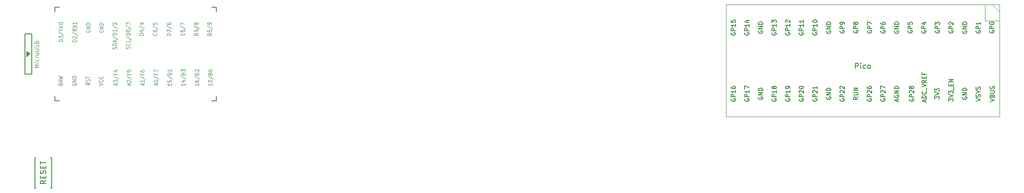
<source format=gbr>
%TF.GenerationSoftware,KiCad,Pcbnew,(5.1.9)-1*%
%TF.CreationDate,2021-02-12T02:56:52+09:00*%
%TF.ProjectId,yuiop50d,7975696f-7035-4306-942e-6b696361645f,rev?*%
%TF.SameCoordinates,Original*%
%TF.FileFunction,Legend,Top*%
%TF.FilePolarity,Positive*%
%FSLAX46Y46*%
G04 Gerber Fmt 4.6, Leading zero omitted, Abs format (unit mm)*
G04 Created by KiCad (PCBNEW (5.1.9)-1) date 2021-02-12 02:56:52*
%MOMM*%
%LPD*%
G01*
G04 APERTURE LIST*
%ADD10C,0.120000*%
%ADD11C,0.150000*%
%ADD12C,0.125000*%
G04 APERTURE END LIST*
D10*
%TO.C,U2*%
X230250000Y-52050000D02*
X228950000Y-50750000D01*
X230250000Y-71750000D02*
X230250000Y-71650000D01*
X179250000Y-71750000D02*
X230250000Y-71750000D01*
X179250000Y-50750000D02*
X179250000Y-71750000D01*
X230250000Y-50750000D02*
X179250000Y-50750000D01*
X189650000Y-71750000D02*
X189250000Y-71750000D01*
X197350000Y-71750000D02*
X196950000Y-71750000D01*
X222750000Y-71750000D02*
X222350000Y-71750000D01*
X202450000Y-50750000D02*
X202050000Y-50750000D01*
X192250000Y-50750000D02*
X191850000Y-50750000D01*
X197350000Y-50750000D02*
X196950000Y-50750000D01*
X194750000Y-50750000D02*
X194350000Y-50750000D01*
X212550000Y-50750000D02*
X212150000Y-50750000D01*
X199850000Y-50750000D02*
X199450000Y-50750000D01*
X210050000Y-50750000D02*
X209650000Y-50750000D01*
X207450000Y-50750000D02*
X207050000Y-50750000D01*
X204950000Y-50750000D02*
X204550000Y-50750000D01*
X189650000Y-50750000D02*
X189250000Y-50750000D01*
X230250000Y-50750000D02*
X229950000Y-50750000D01*
X227583000Y-53757000D02*
X230250000Y-53757000D01*
X220150000Y-50750000D02*
X219750000Y-50750000D01*
X225250000Y-50750000D02*
X224850000Y-50750000D01*
X227850000Y-50750000D02*
X227450000Y-50750000D01*
X215150000Y-50750000D02*
X214750000Y-50750000D01*
X217650000Y-50750000D02*
X217250000Y-50750000D01*
X227583000Y-50750000D02*
X227583000Y-53757000D01*
X222750000Y-50750000D02*
X222350000Y-50750000D01*
X230250000Y-71750000D02*
X229950000Y-71750000D01*
X212550000Y-71750000D02*
X212150000Y-71750000D01*
X184650000Y-71750000D02*
X184250000Y-71750000D01*
X192250000Y-71750000D02*
X191850000Y-71750000D01*
X187150000Y-71750000D02*
X186750000Y-71750000D01*
X217650000Y-71750000D02*
X217250000Y-71750000D01*
X204950000Y-71750000D02*
X204550000Y-71750000D01*
X199850000Y-71750000D02*
X199450000Y-71750000D01*
X207450000Y-71750000D02*
X207050000Y-71750000D01*
X182050000Y-71750000D02*
X181650000Y-71750000D01*
X230250000Y-50750000D02*
X230250000Y-71750000D01*
X215150000Y-71750000D02*
X214750000Y-71750000D01*
X227850000Y-71750000D02*
X227450000Y-71750000D01*
X225250000Y-71750000D02*
X224850000Y-71750000D01*
X202450000Y-71750000D02*
X202050000Y-71750000D01*
X210050000Y-71750000D02*
X209650000Y-71750000D01*
X187150000Y-50750000D02*
X186750000Y-50750000D01*
X184650000Y-50750000D02*
X184250000Y-50750000D01*
X220150000Y-71750000D02*
X219750000Y-71750000D01*
X194750000Y-71750000D02*
X194350000Y-71750000D01*
X182050000Y-50750000D02*
X181650000Y-50750000D01*
D11*
%TO.C,SW_RST1*%
X50150000Y-79400000D02*
X50150000Y-85100000D01*
X50150000Y-85100000D02*
X50400000Y-85100000D01*
X50150000Y-79400000D02*
X50400000Y-79400000D01*
X53350000Y-79400000D02*
X53100000Y-79400000D01*
X53350000Y-79400000D02*
X53350000Y-85100000D01*
X53350000Y-85100000D02*
X53100000Y-85100000D01*
%TO.C,U1*%
X49100000Y-60150000D02*
X49100000Y-59850000D01*
X48950000Y-60250000D02*
X48950000Y-59750000D01*
X48800000Y-60350000D02*
X48800000Y-59650000D01*
X49300000Y-60000000D02*
X48650000Y-60500000D01*
X48650000Y-59500000D02*
X49300000Y-60000000D01*
X48650000Y-60500000D02*
X48650000Y-59500000D01*
X48300000Y-56250000D02*
X48300000Y-63750000D01*
X49600000Y-56250000D02*
X48300000Y-56250000D01*
X49600000Y-63750000D02*
X49600000Y-56250000D01*
X48300000Y-63750000D02*
X49600000Y-63750000D01*
X53900000Y-68750000D02*
X54750000Y-68750000D01*
X53900000Y-51250000D02*
X54750000Y-51250000D01*
X53900000Y-68750000D02*
X53900000Y-67900000D01*
X53900000Y-51250000D02*
X53900000Y-52050000D01*
X83200000Y-68750000D02*
X84100000Y-68750000D01*
X83250000Y-51250000D02*
X84100000Y-51250000D01*
X84100000Y-68750000D02*
X84100000Y-67900000D01*
X84100000Y-51250000D02*
X84100000Y-52110000D01*
%TO.C,U2*%
X203369047Y-62702380D02*
X203369047Y-61702380D01*
X203750000Y-61702380D01*
X203845238Y-61750000D01*
X203892857Y-61797619D01*
X203940476Y-61892857D01*
X203940476Y-62035714D01*
X203892857Y-62130952D01*
X203845238Y-62178571D01*
X203750000Y-62226190D01*
X203369047Y-62226190D01*
X204369047Y-62702380D02*
X204369047Y-62035714D01*
X204369047Y-61702380D02*
X204321428Y-61750000D01*
X204369047Y-61797619D01*
X204416666Y-61750000D01*
X204369047Y-61702380D01*
X204369047Y-61797619D01*
X205273809Y-62654761D02*
X205178571Y-62702380D01*
X204988095Y-62702380D01*
X204892857Y-62654761D01*
X204845238Y-62607142D01*
X204797619Y-62511904D01*
X204797619Y-62226190D01*
X204845238Y-62130952D01*
X204892857Y-62083333D01*
X204988095Y-62035714D01*
X205178571Y-62035714D01*
X205273809Y-62083333D01*
X205845238Y-62702380D02*
X205750000Y-62654761D01*
X205702380Y-62607142D01*
X205654761Y-62511904D01*
X205654761Y-62226190D01*
X205702380Y-62130952D01*
X205750000Y-62083333D01*
X205845238Y-62035714D01*
X205988095Y-62035714D01*
X206083333Y-62083333D01*
X206130952Y-62130952D01*
X206178571Y-62226190D01*
X206178571Y-62511904D01*
X206130952Y-62607142D01*
X206083333Y-62654761D01*
X205988095Y-62702380D01*
X205845238Y-62702380D01*
X225950000Y-55621428D02*
X225911904Y-55697619D01*
X225911904Y-55811904D01*
X225950000Y-55926190D01*
X226026190Y-56002380D01*
X226102380Y-56040476D01*
X226254761Y-56078571D01*
X226369047Y-56078571D01*
X226521428Y-56040476D01*
X226597619Y-56002380D01*
X226673809Y-55926190D01*
X226711904Y-55811904D01*
X226711904Y-55735714D01*
X226673809Y-55621428D01*
X226635714Y-55583333D01*
X226369047Y-55583333D01*
X226369047Y-55735714D01*
X226711904Y-55240476D02*
X225911904Y-55240476D01*
X225911904Y-54935714D01*
X225950000Y-54859523D01*
X225988095Y-54821428D01*
X226064285Y-54783333D01*
X226178571Y-54783333D01*
X226254761Y-54821428D01*
X226292857Y-54859523D01*
X226330952Y-54935714D01*
X226330952Y-55240476D01*
X226711904Y-54021428D02*
X226711904Y-54478571D01*
X226711904Y-54250000D02*
X225911904Y-54250000D01*
X226026190Y-54326190D01*
X226102380Y-54402380D01*
X226140476Y-54478571D01*
X218320000Y-55621428D02*
X218281904Y-55697619D01*
X218281904Y-55811904D01*
X218320000Y-55926190D01*
X218396190Y-56002380D01*
X218472380Y-56040476D01*
X218624761Y-56078571D01*
X218739047Y-56078571D01*
X218891428Y-56040476D01*
X218967619Y-56002380D01*
X219043809Y-55926190D01*
X219081904Y-55811904D01*
X219081904Y-55735714D01*
X219043809Y-55621428D01*
X219005714Y-55583333D01*
X218739047Y-55583333D01*
X218739047Y-55735714D01*
X219081904Y-55240476D02*
X218281904Y-55240476D01*
X218281904Y-54935714D01*
X218320000Y-54859523D01*
X218358095Y-54821428D01*
X218434285Y-54783333D01*
X218548571Y-54783333D01*
X218624761Y-54821428D01*
X218662857Y-54859523D01*
X218700952Y-54935714D01*
X218700952Y-55240476D01*
X218281904Y-54516666D02*
X218281904Y-54021428D01*
X218586666Y-54288095D01*
X218586666Y-54173809D01*
X218624761Y-54097619D01*
X218662857Y-54059523D01*
X218739047Y-54021428D01*
X218929523Y-54021428D01*
X219005714Y-54059523D01*
X219043809Y-54097619D01*
X219081904Y-54173809D01*
X219081904Y-54402380D01*
X219043809Y-54478571D01*
X219005714Y-54516666D01*
X220860000Y-55621428D02*
X220821904Y-55697619D01*
X220821904Y-55811904D01*
X220860000Y-55926190D01*
X220936190Y-56002380D01*
X221012380Y-56040476D01*
X221164761Y-56078571D01*
X221279047Y-56078571D01*
X221431428Y-56040476D01*
X221507619Y-56002380D01*
X221583809Y-55926190D01*
X221621904Y-55811904D01*
X221621904Y-55735714D01*
X221583809Y-55621428D01*
X221545714Y-55583333D01*
X221279047Y-55583333D01*
X221279047Y-55735714D01*
X221621904Y-55240476D02*
X220821904Y-55240476D01*
X220821904Y-54935714D01*
X220860000Y-54859523D01*
X220898095Y-54821428D01*
X220974285Y-54783333D01*
X221088571Y-54783333D01*
X221164761Y-54821428D01*
X221202857Y-54859523D01*
X221240952Y-54935714D01*
X221240952Y-55240476D01*
X220898095Y-54478571D02*
X220860000Y-54440476D01*
X220821904Y-54364285D01*
X220821904Y-54173809D01*
X220860000Y-54097619D01*
X220898095Y-54059523D01*
X220974285Y-54021428D01*
X221050476Y-54021428D01*
X221164761Y-54059523D01*
X221621904Y-54516666D01*
X221621904Y-54021428D01*
X215780000Y-55621428D02*
X215741904Y-55697619D01*
X215741904Y-55811904D01*
X215780000Y-55926190D01*
X215856190Y-56002380D01*
X215932380Y-56040476D01*
X216084761Y-56078571D01*
X216199047Y-56078571D01*
X216351428Y-56040476D01*
X216427619Y-56002380D01*
X216503809Y-55926190D01*
X216541904Y-55811904D01*
X216541904Y-55735714D01*
X216503809Y-55621428D01*
X216465714Y-55583333D01*
X216199047Y-55583333D01*
X216199047Y-55735714D01*
X216541904Y-55240476D02*
X215741904Y-55240476D01*
X215741904Y-54935714D01*
X215780000Y-54859523D01*
X215818095Y-54821428D01*
X215894285Y-54783333D01*
X216008571Y-54783333D01*
X216084761Y-54821428D01*
X216122857Y-54859523D01*
X216160952Y-54935714D01*
X216160952Y-55240476D01*
X216008571Y-54097619D02*
X216541904Y-54097619D01*
X215703809Y-54288095D02*
X216275238Y-54478571D01*
X216275238Y-53983333D01*
X213240000Y-55621428D02*
X213201904Y-55697619D01*
X213201904Y-55811904D01*
X213240000Y-55926190D01*
X213316190Y-56002380D01*
X213392380Y-56040476D01*
X213544761Y-56078571D01*
X213659047Y-56078571D01*
X213811428Y-56040476D01*
X213887619Y-56002380D01*
X213963809Y-55926190D01*
X214001904Y-55811904D01*
X214001904Y-55735714D01*
X213963809Y-55621428D01*
X213925714Y-55583333D01*
X213659047Y-55583333D01*
X213659047Y-55735714D01*
X214001904Y-55240476D02*
X213201904Y-55240476D01*
X213201904Y-54935714D01*
X213240000Y-54859523D01*
X213278095Y-54821428D01*
X213354285Y-54783333D01*
X213468571Y-54783333D01*
X213544761Y-54821428D01*
X213582857Y-54859523D01*
X213620952Y-54935714D01*
X213620952Y-55240476D01*
X213201904Y-54059523D02*
X213201904Y-54440476D01*
X213582857Y-54478571D01*
X213544761Y-54440476D01*
X213506666Y-54364285D01*
X213506666Y-54173809D01*
X213544761Y-54097619D01*
X213582857Y-54059523D01*
X213659047Y-54021428D01*
X213849523Y-54021428D01*
X213925714Y-54059523D01*
X213963809Y-54097619D01*
X214001904Y-54173809D01*
X214001904Y-54364285D01*
X213963809Y-54440476D01*
X213925714Y-54478571D01*
X208160000Y-55621428D02*
X208121904Y-55697619D01*
X208121904Y-55811904D01*
X208160000Y-55926190D01*
X208236190Y-56002380D01*
X208312380Y-56040476D01*
X208464761Y-56078571D01*
X208579047Y-56078571D01*
X208731428Y-56040476D01*
X208807619Y-56002380D01*
X208883809Y-55926190D01*
X208921904Y-55811904D01*
X208921904Y-55735714D01*
X208883809Y-55621428D01*
X208845714Y-55583333D01*
X208579047Y-55583333D01*
X208579047Y-55735714D01*
X208921904Y-55240476D02*
X208121904Y-55240476D01*
X208121904Y-54935714D01*
X208160000Y-54859523D01*
X208198095Y-54821428D01*
X208274285Y-54783333D01*
X208388571Y-54783333D01*
X208464761Y-54821428D01*
X208502857Y-54859523D01*
X208540952Y-54935714D01*
X208540952Y-55240476D01*
X208121904Y-54097619D02*
X208121904Y-54250000D01*
X208160000Y-54326190D01*
X208198095Y-54364285D01*
X208312380Y-54440476D01*
X208464761Y-54478571D01*
X208769523Y-54478571D01*
X208845714Y-54440476D01*
X208883809Y-54402380D01*
X208921904Y-54326190D01*
X208921904Y-54173809D01*
X208883809Y-54097619D01*
X208845714Y-54059523D01*
X208769523Y-54021428D01*
X208579047Y-54021428D01*
X208502857Y-54059523D01*
X208464761Y-54097619D01*
X208426666Y-54173809D01*
X208426666Y-54326190D01*
X208464761Y-54402380D01*
X208502857Y-54440476D01*
X208579047Y-54478571D01*
X203080000Y-55621428D02*
X203041904Y-55697619D01*
X203041904Y-55811904D01*
X203080000Y-55926190D01*
X203156190Y-56002380D01*
X203232380Y-56040476D01*
X203384761Y-56078571D01*
X203499047Y-56078571D01*
X203651428Y-56040476D01*
X203727619Y-56002380D01*
X203803809Y-55926190D01*
X203841904Y-55811904D01*
X203841904Y-55735714D01*
X203803809Y-55621428D01*
X203765714Y-55583333D01*
X203499047Y-55583333D01*
X203499047Y-55735714D01*
X203841904Y-55240476D02*
X203041904Y-55240476D01*
X203041904Y-54935714D01*
X203080000Y-54859523D01*
X203118095Y-54821428D01*
X203194285Y-54783333D01*
X203308571Y-54783333D01*
X203384761Y-54821428D01*
X203422857Y-54859523D01*
X203460952Y-54935714D01*
X203460952Y-55240476D01*
X203384761Y-54326190D02*
X203346666Y-54402380D01*
X203308571Y-54440476D01*
X203232380Y-54478571D01*
X203194285Y-54478571D01*
X203118095Y-54440476D01*
X203080000Y-54402380D01*
X203041904Y-54326190D01*
X203041904Y-54173809D01*
X203080000Y-54097619D01*
X203118095Y-54059523D01*
X203194285Y-54021428D01*
X203232380Y-54021428D01*
X203308571Y-54059523D01*
X203346666Y-54097619D01*
X203384761Y-54173809D01*
X203384761Y-54326190D01*
X203422857Y-54402380D01*
X203460952Y-54440476D01*
X203537142Y-54478571D01*
X203689523Y-54478571D01*
X203765714Y-54440476D01*
X203803809Y-54402380D01*
X203841904Y-54326190D01*
X203841904Y-54173809D01*
X203803809Y-54097619D01*
X203765714Y-54059523D01*
X203689523Y-54021428D01*
X203537142Y-54021428D01*
X203460952Y-54059523D01*
X203422857Y-54097619D01*
X203384761Y-54173809D01*
X200540000Y-55621428D02*
X200501904Y-55697619D01*
X200501904Y-55811904D01*
X200540000Y-55926190D01*
X200616190Y-56002380D01*
X200692380Y-56040476D01*
X200844761Y-56078571D01*
X200959047Y-56078571D01*
X201111428Y-56040476D01*
X201187619Y-56002380D01*
X201263809Y-55926190D01*
X201301904Y-55811904D01*
X201301904Y-55735714D01*
X201263809Y-55621428D01*
X201225714Y-55583333D01*
X200959047Y-55583333D01*
X200959047Y-55735714D01*
X201301904Y-55240476D02*
X200501904Y-55240476D01*
X200501904Y-54935714D01*
X200540000Y-54859523D01*
X200578095Y-54821428D01*
X200654285Y-54783333D01*
X200768571Y-54783333D01*
X200844761Y-54821428D01*
X200882857Y-54859523D01*
X200920952Y-54935714D01*
X200920952Y-55240476D01*
X201301904Y-54402380D02*
X201301904Y-54250000D01*
X201263809Y-54173809D01*
X201225714Y-54135714D01*
X201111428Y-54059523D01*
X200959047Y-54021428D01*
X200654285Y-54021428D01*
X200578095Y-54059523D01*
X200540000Y-54097619D01*
X200501904Y-54173809D01*
X200501904Y-54326190D01*
X200540000Y-54402380D01*
X200578095Y-54440476D01*
X200654285Y-54478571D01*
X200844761Y-54478571D01*
X200920952Y-54440476D01*
X200959047Y-54402380D01*
X200997142Y-54326190D01*
X200997142Y-54173809D01*
X200959047Y-54097619D01*
X200920952Y-54059523D01*
X200844761Y-54021428D01*
X195460000Y-56002380D02*
X195421904Y-56078571D01*
X195421904Y-56192857D01*
X195460000Y-56307142D01*
X195536190Y-56383333D01*
X195612380Y-56421428D01*
X195764761Y-56459523D01*
X195879047Y-56459523D01*
X196031428Y-56421428D01*
X196107619Y-56383333D01*
X196183809Y-56307142D01*
X196221904Y-56192857D01*
X196221904Y-56116666D01*
X196183809Y-56002380D01*
X196145714Y-55964285D01*
X195879047Y-55964285D01*
X195879047Y-56116666D01*
X196221904Y-55621428D02*
X195421904Y-55621428D01*
X195421904Y-55316666D01*
X195460000Y-55240476D01*
X195498095Y-55202380D01*
X195574285Y-55164285D01*
X195688571Y-55164285D01*
X195764761Y-55202380D01*
X195802857Y-55240476D01*
X195840952Y-55316666D01*
X195840952Y-55621428D01*
X196221904Y-54402380D02*
X196221904Y-54859523D01*
X196221904Y-54630952D02*
X195421904Y-54630952D01*
X195536190Y-54707142D01*
X195612380Y-54783333D01*
X195650476Y-54859523D01*
X195421904Y-53907142D02*
X195421904Y-53830952D01*
X195460000Y-53754761D01*
X195498095Y-53716666D01*
X195574285Y-53678571D01*
X195726666Y-53640476D01*
X195917142Y-53640476D01*
X196069523Y-53678571D01*
X196145714Y-53716666D01*
X196183809Y-53754761D01*
X196221904Y-53830952D01*
X196221904Y-53907142D01*
X196183809Y-53983333D01*
X196145714Y-54021428D01*
X196069523Y-54059523D01*
X195917142Y-54097619D01*
X195726666Y-54097619D01*
X195574285Y-54059523D01*
X195498095Y-54021428D01*
X195460000Y-53983333D01*
X195421904Y-53907142D01*
X192920000Y-56002380D02*
X192881904Y-56078571D01*
X192881904Y-56192857D01*
X192920000Y-56307142D01*
X192996190Y-56383333D01*
X193072380Y-56421428D01*
X193224761Y-56459523D01*
X193339047Y-56459523D01*
X193491428Y-56421428D01*
X193567619Y-56383333D01*
X193643809Y-56307142D01*
X193681904Y-56192857D01*
X193681904Y-56116666D01*
X193643809Y-56002380D01*
X193605714Y-55964285D01*
X193339047Y-55964285D01*
X193339047Y-56116666D01*
X193681904Y-55621428D02*
X192881904Y-55621428D01*
X192881904Y-55316666D01*
X192920000Y-55240476D01*
X192958095Y-55202380D01*
X193034285Y-55164285D01*
X193148571Y-55164285D01*
X193224761Y-55202380D01*
X193262857Y-55240476D01*
X193300952Y-55316666D01*
X193300952Y-55621428D01*
X193681904Y-54402380D02*
X193681904Y-54859523D01*
X193681904Y-54630952D02*
X192881904Y-54630952D01*
X192996190Y-54707142D01*
X193072380Y-54783333D01*
X193110476Y-54859523D01*
X193681904Y-53640476D02*
X193681904Y-54097619D01*
X193681904Y-53869047D02*
X192881904Y-53869047D01*
X192996190Y-53945238D01*
X193072380Y-54021428D01*
X193110476Y-54097619D01*
X190380000Y-56002380D02*
X190341904Y-56078571D01*
X190341904Y-56192857D01*
X190380000Y-56307142D01*
X190456190Y-56383333D01*
X190532380Y-56421428D01*
X190684761Y-56459523D01*
X190799047Y-56459523D01*
X190951428Y-56421428D01*
X191027619Y-56383333D01*
X191103809Y-56307142D01*
X191141904Y-56192857D01*
X191141904Y-56116666D01*
X191103809Y-56002380D01*
X191065714Y-55964285D01*
X190799047Y-55964285D01*
X190799047Y-56116666D01*
X191141904Y-55621428D02*
X190341904Y-55621428D01*
X190341904Y-55316666D01*
X190380000Y-55240476D01*
X190418095Y-55202380D01*
X190494285Y-55164285D01*
X190608571Y-55164285D01*
X190684761Y-55202380D01*
X190722857Y-55240476D01*
X190760952Y-55316666D01*
X190760952Y-55621428D01*
X191141904Y-54402380D02*
X191141904Y-54859523D01*
X191141904Y-54630952D02*
X190341904Y-54630952D01*
X190456190Y-54707142D01*
X190532380Y-54783333D01*
X190570476Y-54859523D01*
X190418095Y-54097619D02*
X190380000Y-54059523D01*
X190341904Y-53983333D01*
X190341904Y-53792857D01*
X190380000Y-53716666D01*
X190418095Y-53678571D01*
X190494285Y-53640476D01*
X190570476Y-53640476D01*
X190684761Y-53678571D01*
X191141904Y-54135714D01*
X191141904Y-53640476D01*
X187840000Y-56002380D02*
X187801904Y-56078571D01*
X187801904Y-56192857D01*
X187840000Y-56307142D01*
X187916190Y-56383333D01*
X187992380Y-56421428D01*
X188144761Y-56459523D01*
X188259047Y-56459523D01*
X188411428Y-56421428D01*
X188487619Y-56383333D01*
X188563809Y-56307142D01*
X188601904Y-56192857D01*
X188601904Y-56116666D01*
X188563809Y-56002380D01*
X188525714Y-55964285D01*
X188259047Y-55964285D01*
X188259047Y-56116666D01*
X188601904Y-55621428D02*
X187801904Y-55621428D01*
X187801904Y-55316666D01*
X187840000Y-55240476D01*
X187878095Y-55202380D01*
X187954285Y-55164285D01*
X188068571Y-55164285D01*
X188144761Y-55202380D01*
X188182857Y-55240476D01*
X188220952Y-55316666D01*
X188220952Y-55621428D01*
X188601904Y-54402380D02*
X188601904Y-54859523D01*
X188601904Y-54630952D02*
X187801904Y-54630952D01*
X187916190Y-54707142D01*
X187992380Y-54783333D01*
X188030476Y-54859523D01*
X187801904Y-54135714D02*
X187801904Y-53640476D01*
X188106666Y-53907142D01*
X188106666Y-53792857D01*
X188144761Y-53716666D01*
X188182857Y-53678571D01*
X188259047Y-53640476D01*
X188449523Y-53640476D01*
X188525714Y-53678571D01*
X188563809Y-53716666D01*
X188601904Y-53792857D01*
X188601904Y-54021428D01*
X188563809Y-54097619D01*
X188525714Y-54135714D01*
X182760000Y-56002380D02*
X182721904Y-56078571D01*
X182721904Y-56192857D01*
X182760000Y-56307142D01*
X182836190Y-56383333D01*
X182912380Y-56421428D01*
X183064761Y-56459523D01*
X183179047Y-56459523D01*
X183331428Y-56421428D01*
X183407619Y-56383333D01*
X183483809Y-56307142D01*
X183521904Y-56192857D01*
X183521904Y-56116666D01*
X183483809Y-56002380D01*
X183445714Y-55964285D01*
X183179047Y-55964285D01*
X183179047Y-56116666D01*
X183521904Y-55621428D02*
X182721904Y-55621428D01*
X182721904Y-55316666D01*
X182760000Y-55240476D01*
X182798095Y-55202380D01*
X182874285Y-55164285D01*
X182988571Y-55164285D01*
X183064761Y-55202380D01*
X183102857Y-55240476D01*
X183140952Y-55316666D01*
X183140952Y-55621428D01*
X183521904Y-54402380D02*
X183521904Y-54859523D01*
X183521904Y-54630952D02*
X182721904Y-54630952D01*
X182836190Y-54707142D01*
X182912380Y-54783333D01*
X182950476Y-54859523D01*
X182988571Y-53716666D02*
X183521904Y-53716666D01*
X182683809Y-53907142D02*
X183255238Y-54097619D01*
X183255238Y-53602380D01*
X180220000Y-56002380D02*
X180181904Y-56078571D01*
X180181904Y-56192857D01*
X180220000Y-56307142D01*
X180296190Y-56383333D01*
X180372380Y-56421428D01*
X180524761Y-56459523D01*
X180639047Y-56459523D01*
X180791428Y-56421428D01*
X180867619Y-56383333D01*
X180943809Y-56307142D01*
X180981904Y-56192857D01*
X180981904Y-56116666D01*
X180943809Y-56002380D01*
X180905714Y-55964285D01*
X180639047Y-55964285D01*
X180639047Y-56116666D01*
X180981904Y-55621428D02*
X180181904Y-55621428D01*
X180181904Y-55316666D01*
X180220000Y-55240476D01*
X180258095Y-55202380D01*
X180334285Y-55164285D01*
X180448571Y-55164285D01*
X180524761Y-55202380D01*
X180562857Y-55240476D01*
X180600952Y-55316666D01*
X180600952Y-55621428D01*
X180981904Y-54402380D02*
X180981904Y-54859523D01*
X180981904Y-54630952D02*
X180181904Y-54630952D01*
X180296190Y-54707142D01*
X180372380Y-54783333D01*
X180410476Y-54859523D01*
X180181904Y-53678571D02*
X180181904Y-54059523D01*
X180562857Y-54097619D01*
X180524761Y-54059523D01*
X180486666Y-53983333D01*
X180486666Y-53792857D01*
X180524761Y-53716666D01*
X180562857Y-53678571D01*
X180639047Y-53640476D01*
X180829523Y-53640476D01*
X180905714Y-53678571D01*
X180943809Y-53716666D01*
X180981904Y-53792857D01*
X180981904Y-53983333D01*
X180943809Y-54059523D01*
X180905714Y-54097619D01*
X205650000Y-55621428D02*
X205611904Y-55697619D01*
X205611904Y-55811904D01*
X205650000Y-55926190D01*
X205726190Y-56002380D01*
X205802380Y-56040476D01*
X205954761Y-56078571D01*
X206069047Y-56078571D01*
X206221428Y-56040476D01*
X206297619Y-56002380D01*
X206373809Y-55926190D01*
X206411904Y-55811904D01*
X206411904Y-55735714D01*
X206373809Y-55621428D01*
X206335714Y-55583333D01*
X206069047Y-55583333D01*
X206069047Y-55735714D01*
X206411904Y-55240476D02*
X205611904Y-55240476D01*
X205611904Y-54935714D01*
X205650000Y-54859523D01*
X205688095Y-54821428D01*
X205764285Y-54783333D01*
X205878571Y-54783333D01*
X205954761Y-54821428D01*
X205992857Y-54859523D01*
X206030952Y-54935714D01*
X206030952Y-55240476D01*
X205611904Y-54516666D02*
X205611904Y-53983333D01*
X206411904Y-54326190D01*
X228480000Y-55621428D02*
X228441904Y-55697619D01*
X228441904Y-55811904D01*
X228480000Y-55926190D01*
X228556190Y-56002380D01*
X228632380Y-56040476D01*
X228784761Y-56078571D01*
X228899047Y-56078571D01*
X229051428Y-56040476D01*
X229127619Y-56002380D01*
X229203809Y-55926190D01*
X229241904Y-55811904D01*
X229241904Y-55735714D01*
X229203809Y-55621428D01*
X229165714Y-55583333D01*
X228899047Y-55583333D01*
X228899047Y-55735714D01*
X229241904Y-55240476D02*
X228441904Y-55240476D01*
X228441904Y-54935714D01*
X228480000Y-54859523D01*
X228518095Y-54821428D01*
X228594285Y-54783333D01*
X228708571Y-54783333D01*
X228784761Y-54821428D01*
X228822857Y-54859523D01*
X228860952Y-54935714D01*
X228860952Y-55240476D01*
X228441904Y-54288095D02*
X228441904Y-54211904D01*
X228480000Y-54135714D01*
X228518095Y-54097619D01*
X228594285Y-54059523D01*
X228746666Y-54021428D01*
X228937142Y-54021428D01*
X229089523Y-54059523D01*
X229165714Y-54097619D01*
X229203809Y-54135714D01*
X229241904Y-54211904D01*
X229241904Y-54288095D01*
X229203809Y-54364285D01*
X229165714Y-54402380D01*
X229089523Y-54440476D01*
X228937142Y-54478571D01*
X228746666Y-54478571D01*
X228594285Y-54440476D01*
X228518095Y-54402380D01*
X228480000Y-54364285D01*
X228441904Y-54288095D01*
X182760000Y-68402380D02*
X182721904Y-68478571D01*
X182721904Y-68592857D01*
X182760000Y-68707142D01*
X182836190Y-68783333D01*
X182912380Y-68821428D01*
X183064761Y-68859523D01*
X183179047Y-68859523D01*
X183331428Y-68821428D01*
X183407619Y-68783333D01*
X183483809Y-68707142D01*
X183521904Y-68592857D01*
X183521904Y-68516666D01*
X183483809Y-68402380D01*
X183445714Y-68364285D01*
X183179047Y-68364285D01*
X183179047Y-68516666D01*
X183521904Y-68021428D02*
X182721904Y-68021428D01*
X182721904Y-67716666D01*
X182760000Y-67640476D01*
X182798095Y-67602380D01*
X182874285Y-67564285D01*
X182988571Y-67564285D01*
X183064761Y-67602380D01*
X183102857Y-67640476D01*
X183140952Y-67716666D01*
X183140952Y-68021428D01*
X183521904Y-66802380D02*
X183521904Y-67259523D01*
X183521904Y-67030952D02*
X182721904Y-67030952D01*
X182836190Y-67107142D01*
X182912380Y-67183333D01*
X182950476Y-67259523D01*
X182721904Y-66535714D02*
X182721904Y-66002380D01*
X183521904Y-66345238D01*
X220811904Y-68826190D02*
X220811904Y-68330952D01*
X221116666Y-68597619D01*
X221116666Y-68483333D01*
X221154761Y-68407142D01*
X221192857Y-68369047D01*
X221269047Y-68330952D01*
X221459523Y-68330952D01*
X221535714Y-68369047D01*
X221573809Y-68407142D01*
X221611904Y-68483333D01*
X221611904Y-68711904D01*
X221573809Y-68788095D01*
X221535714Y-68826190D01*
X220811904Y-68102380D02*
X221611904Y-67835714D01*
X220811904Y-67569047D01*
X220811904Y-67378571D02*
X220811904Y-66883333D01*
X221116666Y-67150000D01*
X221116666Y-67035714D01*
X221154761Y-66959523D01*
X221192857Y-66921428D01*
X221269047Y-66883333D01*
X221459523Y-66883333D01*
X221535714Y-66921428D01*
X221573809Y-66959523D01*
X221611904Y-67035714D01*
X221611904Y-67264285D01*
X221573809Y-67340476D01*
X221535714Y-67378571D01*
X221688095Y-66730952D02*
X221688095Y-66121428D01*
X221192857Y-65930952D02*
X221192857Y-65664285D01*
X221611904Y-65550000D02*
X221611904Y-65930952D01*
X220811904Y-65930952D01*
X220811904Y-65550000D01*
X221611904Y-65207142D02*
X220811904Y-65207142D01*
X221611904Y-64750000D01*
X220811904Y-64750000D01*
X185300000Y-68059523D02*
X185261904Y-68135714D01*
X185261904Y-68250000D01*
X185300000Y-68364285D01*
X185376190Y-68440476D01*
X185452380Y-68478571D01*
X185604761Y-68516666D01*
X185719047Y-68516666D01*
X185871428Y-68478571D01*
X185947619Y-68440476D01*
X186023809Y-68364285D01*
X186061904Y-68250000D01*
X186061904Y-68173809D01*
X186023809Y-68059523D01*
X185985714Y-68021428D01*
X185719047Y-68021428D01*
X185719047Y-68173809D01*
X186061904Y-67678571D02*
X185261904Y-67678571D01*
X186061904Y-67221428D01*
X185261904Y-67221428D01*
X186061904Y-66840476D02*
X185261904Y-66840476D01*
X185261904Y-66650000D01*
X185300000Y-66535714D01*
X185376190Y-66459523D01*
X185452380Y-66421428D01*
X185604761Y-66383333D01*
X185719047Y-66383333D01*
X185871428Y-66421428D01*
X185947619Y-66459523D01*
X186023809Y-66535714D01*
X186061904Y-66650000D01*
X186061904Y-66840476D01*
X195450000Y-68402380D02*
X195411904Y-68478571D01*
X195411904Y-68592857D01*
X195450000Y-68707142D01*
X195526190Y-68783333D01*
X195602380Y-68821428D01*
X195754761Y-68859523D01*
X195869047Y-68859523D01*
X196021428Y-68821428D01*
X196097619Y-68783333D01*
X196173809Y-68707142D01*
X196211904Y-68592857D01*
X196211904Y-68516666D01*
X196173809Y-68402380D01*
X196135714Y-68364285D01*
X195869047Y-68364285D01*
X195869047Y-68516666D01*
X196211904Y-68021428D02*
X195411904Y-68021428D01*
X195411904Y-67716666D01*
X195450000Y-67640476D01*
X195488095Y-67602380D01*
X195564285Y-67564285D01*
X195678571Y-67564285D01*
X195754761Y-67602380D01*
X195792857Y-67640476D01*
X195830952Y-67716666D01*
X195830952Y-68021428D01*
X195488095Y-67259523D02*
X195450000Y-67221428D01*
X195411904Y-67145238D01*
X195411904Y-66954761D01*
X195450000Y-66878571D01*
X195488095Y-66840476D01*
X195564285Y-66802380D01*
X195640476Y-66802380D01*
X195754761Y-66840476D01*
X196211904Y-67297619D01*
X196211904Y-66802380D01*
X196211904Y-66040476D02*
X196211904Y-66497619D01*
X196211904Y-66269047D02*
X195411904Y-66269047D01*
X195526190Y-66345238D01*
X195602380Y-66421428D01*
X195640476Y-66497619D01*
X198000000Y-68059523D02*
X197961904Y-68135714D01*
X197961904Y-68250000D01*
X198000000Y-68364285D01*
X198076190Y-68440476D01*
X198152380Y-68478571D01*
X198304761Y-68516666D01*
X198419047Y-68516666D01*
X198571428Y-68478571D01*
X198647619Y-68440476D01*
X198723809Y-68364285D01*
X198761904Y-68250000D01*
X198761904Y-68173809D01*
X198723809Y-68059523D01*
X198685714Y-68021428D01*
X198419047Y-68021428D01*
X198419047Y-68173809D01*
X198761904Y-67678571D02*
X197961904Y-67678571D01*
X198761904Y-67221428D01*
X197961904Y-67221428D01*
X198761904Y-66840476D02*
X197961904Y-66840476D01*
X197961904Y-66650000D01*
X198000000Y-66535714D01*
X198076190Y-66459523D01*
X198152380Y-66421428D01*
X198304761Y-66383333D01*
X198419047Y-66383333D01*
X198571428Y-66421428D01*
X198647619Y-66459523D01*
X198723809Y-66535714D01*
X198761904Y-66650000D01*
X198761904Y-66840476D01*
X187840000Y-68402380D02*
X187801904Y-68478571D01*
X187801904Y-68592857D01*
X187840000Y-68707142D01*
X187916190Y-68783333D01*
X187992380Y-68821428D01*
X188144761Y-68859523D01*
X188259047Y-68859523D01*
X188411428Y-68821428D01*
X188487619Y-68783333D01*
X188563809Y-68707142D01*
X188601904Y-68592857D01*
X188601904Y-68516666D01*
X188563809Y-68402380D01*
X188525714Y-68364285D01*
X188259047Y-68364285D01*
X188259047Y-68516666D01*
X188601904Y-68021428D02*
X187801904Y-68021428D01*
X187801904Y-67716666D01*
X187840000Y-67640476D01*
X187878095Y-67602380D01*
X187954285Y-67564285D01*
X188068571Y-67564285D01*
X188144761Y-67602380D01*
X188182857Y-67640476D01*
X188220952Y-67716666D01*
X188220952Y-68021428D01*
X188601904Y-66802380D02*
X188601904Y-67259523D01*
X188601904Y-67030952D02*
X187801904Y-67030952D01*
X187916190Y-67107142D01*
X187992380Y-67183333D01*
X188030476Y-67259523D01*
X188144761Y-66345238D02*
X188106666Y-66421428D01*
X188068571Y-66459523D01*
X187992380Y-66497619D01*
X187954285Y-66497619D01*
X187878095Y-66459523D01*
X187840000Y-66421428D01*
X187801904Y-66345238D01*
X187801904Y-66192857D01*
X187840000Y-66116666D01*
X187878095Y-66078571D01*
X187954285Y-66040476D01*
X187992380Y-66040476D01*
X188068571Y-66078571D01*
X188106666Y-66116666D01*
X188144761Y-66192857D01*
X188144761Y-66345238D01*
X188182857Y-66421428D01*
X188220952Y-66459523D01*
X188297142Y-66497619D01*
X188449523Y-66497619D01*
X188525714Y-66459523D01*
X188563809Y-66421428D01*
X188601904Y-66345238D01*
X188601904Y-66192857D01*
X188563809Y-66116666D01*
X188525714Y-66078571D01*
X188449523Y-66040476D01*
X188297142Y-66040476D01*
X188220952Y-66078571D01*
X188182857Y-66116666D01*
X188144761Y-66192857D01*
X203841904Y-68040476D02*
X203460952Y-68307142D01*
X203841904Y-68497619D02*
X203041904Y-68497619D01*
X203041904Y-68192857D01*
X203080000Y-68116666D01*
X203118095Y-68078571D01*
X203194285Y-68040476D01*
X203308571Y-68040476D01*
X203384761Y-68078571D01*
X203422857Y-68116666D01*
X203460952Y-68192857D01*
X203460952Y-68497619D01*
X203041904Y-67697619D02*
X203689523Y-67697619D01*
X203765714Y-67659523D01*
X203803809Y-67621428D01*
X203841904Y-67545238D01*
X203841904Y-67392857D01*
X203803809Y-67316666D01*
X203765714Y-67278571D01*
X203689523Y-67240476D01*
X203041904Y-67240476D01*
X203841904Y-66859523D02*
X203041904Y-66859523D01*
X203841904Y-66402380D01*
X203041904Y-66402380D01*
X228511904Y-68916666D02*
X229311904Y-68650000D01*
X228511904Y-68383333D01*
X228892857Y-67850000D02*
X228930952Y-67735714D01*
X228969047Y-67697619D01*
X229045238Y-67659523D01*
X229159523Y-67659523D01*
X229235714Y-67697619D01*
X229273809Y-67735714D01*
X229311904Y-67811904D01*
X229311904Y-68116666D01*
X228511904Y-68116666D01*
X228511904Y-67850000D01*
X228550000Y-67773809D01*
X228588095Y-67735714D01*
X228664285Y-67697619D01*
X228740476Y-67697619D01*
X228816666Y-67735714D01*
X228854761Y-67773809D01*
X228892857Y-67850000D01*
X228892857Y-68116666D01*
X228511904Y-67316666D02*
X229159523Y-67316666D01*
X229235714Y-67278571D01*
X229273809Y-67240476D01*
X229311904Y-67164285D01*
X229311904Y-67011904D01*
X229273809Y-66935714D01*
X229235714Y-66897619D01*
X229159523Y-66859523D01*
X228511904Y-66859523D01*
X229273809Y-66516666D02*
X229311904Y-66402380D01*
X229311904Y-66211904D01*
X229273809Y-66135714D01*
X229235714Y-66097619D01*
X229159523Y-66059523D01*
X229083333Y-66059523D01*
X229007142Y-66097619D01*
X228969047Y-66135714D01*
X228930952Y-66211904D01*
X228892857Y-66364285D01*
X228854761Y-66440476D01*
X228816666Y-66478571D01*
X228740476Y-66516666D01*
X228664285Y-66516666D01*
X228588095Y-66478571D01*
X228550000Y-66440476D01*
X228511904Y-66364285D01*
X228511904Y-66173809D01*
X228550000Y-66059523D01*
X192920000Y-68402380D02*
X192881904Y-68478571D01*
X192881904Y-68592857D01*
X192920000Y-68707142D01*
X192996190Y-68783333D01*
X193072380Y-68821428D01*
X193224761Y-68859523D01*
X193339047Y-68859523D01*
X193491428Y-68821428D01*
X193567619Y-68783333D01*
X193643809Y-68707142D01*
X193681904Y-68592857D01*
X193681904Y-68516666D01*
X193643809Y-68402380D01*
X193605714Y-68364285D01*
X193339047Y-68364285D01*
X193339047Y-68516666D01*
X193681904Y-68021428D02*
X192881904Y-68021428D01*
X192881904Y-67716666D01*
X192920000Y-67640476D01*
X192958095Y-67602380D01*
X193034285Y-67564285D01*
X193148571Y-67564285D01*
X193224761Y-67602380D01*
X193262857Y-67640476D01*
X193300952Y-67716666D01*
X193300952Y-68021428D01*
X192958095Y-67259523D02*
X192920000Y-67221428D01*
X192881904Y-67145238D01*
X192881904Y-66954761D01*
X192920000Y-66878571D01*
X192958095Y-66840476D01*
X193034285Y-66802380D01*
X193110476Y-66802380D01*
X193224761Y-66840476D01*
X193681904Y-67297619D01*
X193681904Y-66802380D01*
X192881904Y-66307142D02*
X192881904Y-66230952D01*
X192920000Y-66154761D01*
X192958095Y-66116666D01*
X193034285Y-66078571D01*
X193186666Y-66040476D01*
X193377142Y-66040476D01*
X193529523Y-66078571D01*
X193605714Y-66116666D01*
X193643809Y-66154761D01*
X193681904Y-66230952D01*
X193681904Y-66307142D01*
X193643809Y-66383333D01*
X193605714Y-66421428D01*
X193529523Y-66459523D01*
X193377142Y-66497619D01*
X193186666Y-66497619D01*
X193034285Y-66459523D01*
X192958095Y-66421428D01*
X192920000Y-66383333D01*
X192881904Y-66307142D01*
X211233333Y-68859523D02*
X211233333Y-68478571D01*
X211461904Y-68935714D02*
X210661904Y-68669047D01*
X211461904Y-68402380D01*
X210700000Y-67716666D02*
X210661904Y-67792857D01*
X210661904Y-67907142D01*
X210700000Y-68021428D01*
X210776190Y-68097619D01*
X210852380Y-68135714D01*
X211004761Y-68173809D01*
X211119047Y-68173809D01*
X211271428Y-68135714D01*
X211347619Y-68097619D01*
X211423809Y-68021428D01*
X211461904Y-67907142D01*
X211461904Y-67830952D01*
X211423809Y-67716666D01*
X211385714Y-67678571D01*
X211119047Y-67678571D01*
X211119047Y-67830952D01*
X211461904Y-67335714D02*
X210661904Y-67335714D01*
X211461904Y-66878571D01*
X210661904Y-66878571D01*
X211461904Y-66497619D02*
X210661904Y-66497619D01*
X210661904Y-66307142D01*
X210700000Y-66192857D01*
X210776190Y-66116666D01*
X210852380Y-66078571D01*
X211004761Y-66040476D01*
X211119047Y-66040476D01*
X211271428Y-66078571D01*
X211347619Y-66116666D01*
X211423809Y-66192857D01*
X211461904Y-66307142D01*
X211461904Y-66497619D01*
X205620000Y-68402380D02*
X205581904Y-68478571D01*
X205581904Y-68592857D01*
X205620000Y-68707142D01*
X205696190Y-68783333D01*
X205772380Y-68821428D01*
X205924761Y-68859523D01*
X206039047Y-68859523D01*
X206191428Y-68821428D01*
X206267619Y-68783333D01*
X206343809Y-68707142D01*
X206381904Y-68592857D01*
X206381904Y-68516666D01*
X206343809Y-68402380D01*
X206305714Y-68364285D01*
X206039047Y-68364285D01*
X206039047Y-68516666D01*
X206381904Y-68021428D02*
X205581904Y-68021428D01*
X205581904Y-67716666D01*
X205620000Y-67640476D01*
X205658095Y-67602380D01*
X205734285Y-67564285D01*
X205848571Y-67564285D01*
X205924761Y-67602380D01*
X205962857Y-67640476D01*
X206000952Y-67716666D01*
X206000952Y-68021428D01*
X205658095Y-67259523D02*
X205620000Y-67221428D01*
X205581904Y-67145238D01*
X205581904Y-66954761D01*
X205620000Y-66878571D01*
X205658095Y-66840476D01*
X205734285Y-66802380D01*
X205810476Y-66802380D01*
X205924761Y-66840476D01*
X206381904Y-67297619D01*
X206381904Y-66802380D01*
X205581904Y-66116666D02*
X205581904Y-66269047D01*
X205620000Y-66345238D01*
X205658095Y-66383333D01*
X205772380Y-66459523D01*
X205924761Y-66497619D01*
X206229523Y-66497619D01*
X206305714Y-66459523D01*
X206343809Y-66421428D01*
X206381904Y-66345238D01*
X206381904Y-66192857D01*
X206343809Y-66116666D01*
X206305714Y-66078571D01*
X206229523Y-66040476D01*
X206039047Y-66040476D01*
X205962857Y-66078571D01*
X205924761Y-66116666D01*
X205886666Y-66192857D01*
X205886666Y-66345238D01*
X205924761Y-66421428D01*
X205962857Y-66459523D01*
X206039047Y-66497619D01*
X225901904Y-68821428D02*
X226701904Y-68554761D01*
X225901904Y-68288095D01*
X226663809Y-68059523D02*
X226701904Y-67945238D01*
X226701904Y-67754761D01*
X226663809Y-67678571D01*
X226625714Y-67640476D01*
X226549523Y-67602380D01*
X226473333Y-67602380D01*
X226397142Y-67640476D01*
X226359047Y-67678571D01*
X226320952Y-67754761D01*
X226282857Y-67907142D01*
X226244761Y-67983333D01*
X226206666Y-68021428D01*
X226130476Y-68059523D01*
X226054285Y-68059523D01*
X225978095Y-68021428D01*
X225940000Y-67983333D01*
X225901904Y-67907142D01*
X225901904Y-67716666D01*
X225940000Y-67602380D01*
X226320952Y-67107142D02*
X226701904Y-67107142D01*
X225901904Y-67373809D02*
X226320952Y-67107142D01*
X225901904Y-66840476D01*
X226663809Y-66611904D02*
X226701904Y-66497619D01*
X226701904Y-66307142D01*
X226663809Y-66230952D01*
X226625714Y-66192857D01*
X226549523Y-66154761D01*
X226473333Y-66154761D01*
X226397142Y-66192857D01*
X226359047Y-66230952D01*
X226320952Y-66307142D01*
X226282857Y-66459523D01*
X226244761Y-66535714D01*
X226206666Y-66573809D01*
X226130476Y-66611904D01*
X226054285Y-66611904D01*
X225978095Y-66573809D01*
X225940000Y-66535714D01*
X225901904Y-66459523D01*
X225901904Y-66269047D01*
X225940000Y-66154761D01*
X185300000Y-55659523D02*
X185261904Y-55735714D01*
X185261904Y-55850000D01*
X185300000Y-55964285D01*
X185376190Y-56040476D01*
X185452380Y-56078571D01*
X185604761Y-56116666D01*
X185719047Y-56116666D01*
X185871428Y-56078571D01*
X185947619Y-56040476D01*
X186023809Y-55964285D01*
X186061904Y-55850000D01*
X186061904Y-55773809D01*
X186023809Y-55659523D01*
X185985714Y-55621428D01*
X185719047Y-55621428D01*
X185719047Y-55773809D01*
X186061904Y-55278571D02*
X185261904Y-55278571D01*
X186061904Y-54821428D01*
X185261904Y-54821428D01*
X186061904Y-54440476D02*
X185261904Y-54440476D01*
X185261904Y-54250000D01*
X185300000Y-54135714D01*
X185376190Y-54059523D01*
X185452380Y-54021428D01*
X185604761Y-53983333D01*
X185719047Y-53983333D01*
X185871428Y-54021428D01*
X185947619Y-54059523D01*
X186023809Y-54135714D01*
X186061904Y-54250000D01*
X186061904Y-54440476D01*
X200540000Y-68402380D02*
X200501904Y-68478571D01*
X200501904Y-68592857D01*
X200540000Y-68707142D01*
X200616190Y-68783333D01*
X200692380Y-68821428D01*
X200844761Y-68859523D01*
X200959047Y-68859523D01*
X201111428Y-68821428D01*
X201187619Y-68783333D01*
X201263809Y-68707142D01*
X201301904Y-68592857D01*
X201301904Y-68516666D01*
X201263809Y-68402380D01*
X201225714Y-68364285D01*
X200959047Y-68364285D01*
X200959047Y-68516666D01*
X201301904Y-68021428D02*
X200501904Y-68021428D01*
X200501904Y-67716666D01*
X200540000Y-67640476D01*
X200578095Y-67602380D01*
X200654285Y-67564285D01*
X200768571Y-67564285D01*
X200844761Y-67602380D01*
X200882857Y-67640476D01*
X200920952Y-67716666D01*
X200920952Y-68021428D01*
X200578095Y-67259523D02*
X200540000Y-67221428D01*
X200501904Y-67145238D01*
X200501904Y-66954761D01*
X200540000Y-66878571D01*
X200578095Y-66840476D01*
X200654285Y-66802380D01*
X200730476Y-66802380D01*
X200844761Y-66840476D01*
X201301904Y-67297619D01*
X201301904Y-66802380D01*
X200578095Y-66497619D02*
X200540000Y-66459523D01*
X200501904Y-66383333D01*
X200501904Y-66192857D01*
X200540000Y-66116666D01*
X200578095Y-66078571D01*
X200654285Y-66040476D01*
X200730476Y-66040476D01*
X200844761Y-66078571D01*
X201301904Y-66535714D01*
X201301904Y-66040476D01*
X210700000Y-55659523D02*
X210661904Y-55735714D01*
X210661904Y-55850000D01*
X210700000Y-55964285D01*
X210776190Y-56040476D01*
X210852380Y-56078571D01*
X211004761Y-56116666D01*
X211119047Y-56116666D01*
X211271428Y-56078571D01*
X211347619Y-56040476D01*
X211423809Y-55964285D01*
X211461904Y-55850000D01*
X211461904Y-55773809D01*
X211423809Y-55659523D01*
X211385714Y-55621428D01*
X211119047Y-55621428D01*
X211119047Y-55773809D01*
X211461904Y-55278571D02*
X210661904Y-55278571D01*
X211461904Y-54821428D01*
X210661904Y-54821428D01*
X211461904Y-54440476D02*
X210661904Y-54440476D01*
X210661904Y-54250000D01*
X210700000Y-54135714D01*
X210776190Y-54059523D01*
X210852380Y-54021428D01*
X211004761Y-53983333D01*
X211119047Y-53983333D01*
X211271428Y-54021428D01*
X211347619Y-54059523D01*
X211423809Y-54135714D01*
X211461904Y-54250000D01*
X211461904Y-54440476D01*
X198000000Y-55659523D02*
X197961904Y-55735714D01*
X197961904Y-55850000D01*
X198000000Y-55964285D01*
X198076190Y-56040476D01*
X198152380Y-56078571D01*
X198304761Y-56116666D01*
X198419047Y-56116666D01*
X198571428Y-56078571D01*
X198647619Y-56040476D01*
X198723809Y-55964285D01*
X198761904Y-55850000D01*
X198761904Y-55773809D01*
X198723809Y-55659523D01*
X198685714Y-55621428D01*
X198419047Y-55621428D01*
X198419047Y-55773809D01*
X198761904Y-55278571D02*
X197961904Y-55278571D01*
X198761904Y-54821428D01*
X197961904Y-54821428D01*
X198761904Y-54440476D02*
X197961904Y-54440476D01*
X197961904Y-54250000D01*
X198000000Y-54135714D01*
X198076190Y-54059523D01*
X198152380Y-54021428D01*
X198304761Y-53983333D01*
X198419047Y-53983333D01*
X198571428Y-54021428D01*
X198647619Y-54059523D01*
X198723809Y-54135714D01*
X198761904Y-54250000D01*
X198761904Y-54440476D01*
X223400000Y-55659523D02*
X223361904Y-55735714D01*
X223361904Y-55850000D01*
X223400000Y-55964285D01*
X223476190Y-56040476D01*
X223552380Y-56078571D01*
X223704761Y-56116666D01*
X223819047Y-56116666D01*
X223971428Y-56078571D01*
X224047619Y-56040476D01*
X224123809Y-55964285D01*
X224161904Y-55850000D01*
X224161904Y-55773809D01*
X224123809Y-55659523D01*
X224085714Y-55621428D01*
X223819047Y-55621428D01*
X223819047Y-55773809D01*
X224161904Y-55278571D02*
X223361904Y-55278571D01*
X224161904Y-54821428D01*
X223361904Y-54821428D01*
X224161904Y-54440476D02*
X223361904Y-54440476D01*
X223361904Y-54250000D01*
X223400000Y-54135714D01*
X223476190Y-54059523D01*
X223552380Y-54021428D01*
X223704761Y-53983333D01*
X223819047Y-53983333D01*
X223971428Y-54021428D01*
X224047619Y-54059523D01*
X224123809Y-54135714D01*
X224161904Y-54250000D01*
X224161904Y-54440476D01*
X218211904Y-68440476D02*
X218211904Y-67945238D01*
X218516666Y-68211904D01*
X218516666Y-68097619D01*
X218554761Y-68021428D01*
X218592857Y-67983333D01*
X218669047Y-67945238D01*
X218859523Y-67945238D01*
X218935714Y-67983333D01*
X218973809Y-68021428D01*
X219011904Y-68097619D01*
X219011904Y-68326190D01*
X218973809Y-68402380D01*
X218935714Y-68440476D01*
X218211904Y-67716666D02*
X219011904Y-67450000D01*
X218211904Y-67183333D01*
X218211904Y-66992857D02*
X218211904Y-66497619D01*
X218516666Y-66764285D01*
X218516666Y-66650000D01*
X218554761Y-66573809D01*
X218592857Y-66535714D01*
X218669047Y-66497619D01*
X218859523Y-66497619D01*
X218935714Y-66535714D01*
X218973809Y-66573809D01*
X219011904Y-66650000D01*
X219011904Y-66878571D01*
X218973809Y-66954761D01*
X218935714Y-66992857D01*
X180220000Y-68402380D02*
X180181904Y-68478571D01*
X180181904Y-68592857D01*
X180220000Y-68707142D01*
X180296190Y-68783333D01*
X180372380Y-68821428D01*
X180524761Y-68859523D01*
X180639047Y-68859523D01*
X180791428Y-68821428D01*
X180867619Y-68783333D01*
X180943809Y-68707142D01*
X180981904Y-68592857D01*
X180981904Y-68516666D01*
X180943809Y-68402380D01*
X180905714Y-68364285D01*
X180639047Y-68364285D01*
X180639047Y-68516666D01*
X180981904Y-68021428D02*
X180181904Y-68021428D01*
X180181904Y-67716666D01*
X180220000Y-67640476D01*
X180258095Y-67602380D01*
X180334285Y-67564285D01*
X180448571Y-67564285D01*
X180524761Y-67602380D01*
X180562857Y-67640476D01*
X180600952Y-67716666D01*
X180600952Y-68021428D01*
X180981904Y-66802380D02*
X180981904Y-67259523D01*
X180981904Y-67030952D02*
X180181904Y-67030952D01*
X180296190Y-67107142D01*
X180372380Y-67183333D01*
X180410476Y-67259523D01*
X180181904Y-66116666D02*
X180181904Y-66269047D01*
X180220000Y-66345238D01*
X180258095Y-66383333D01*
X180372380Y-66459523D01*
X180524761Y-66497619D01*
X180829523Y-66497619D01*
X180905714Y-66459523D01*
X180943809Y-66421428D01*
X180981904Y-66345238D01*
X180981904Y-66192857D01*
X180943809Y-66116666D01*
X180905714Y-66078571D01*
X180829523Y-66040476D01*
X180639047Y-66040476D01*
X180562857Y-66078571D01*
X180524761Y-66116666D01*
X180486666Y-66192857D01*
X180486666Y-66345238D01*
X180524761Y-66421428D01*
X180562857Y-66459523D01*
X180639047Y-66497619D01*
X190380000Y-68402380D02*
X190341904Y-68478571D01*
X190341904Y-68592857D01*
X190380000Y-68707142D01*
X190456190Y-68783333D01*
X190532380Y-68821428D01*
X190684761Y-68859523D01*
X190799047Y-68859523D01*
X190951428Y-68821428D01*
X191027619Y-68783333D01*
X191103809Y-68707142D01*
X191141904Y-68592857D01*
X191141904Y-68516666D01*
X191103809Y-68402380D01*
X191065714Y-68364285D01*
X190799047Y-68364285D01*
X190799047Y-68516666D01*
X191141904Y-68021428D02*
X190341904Y-68021428D01*
X190341904Y-67716666D01*
X190380000Y-67640476D01*
X190418095Y-67602380D01*
X190494285Y-67564285D01*
X190608571Y-67564285D01*
X190684761Y-67602380D01*
X190722857Y-67640476D01*
X190760952Y-67716666D01*
X190760952Y-68021428D01*
X191141904Y-66802380D02*
X191141904Y-67259523D01*
X191141904Y-67030952D02*
X190341904Y-67030952D01*
X190456190Y-67107142D01*
X190532380Y-67183333D01*
X190570476Y-67259523D01*
X191141904Y-66421428D02*
X191141904Y-66269047D01*
X191103809Y-66192857D01*
X191065714Y-66154761D01*
X190951428Y-66078571D01*
X190799047Y-66040476D01*
X190494285Y-66040476D01*
X190418095Y-66078571D01*
X190380000Y-66116666D01*
X190341904Y-66192857D01*
X190341904Y-66345238D01*
X190380000Y-66421428D01*
X190418095Y-66459523D01*
X190494285Y-66497619D01*
X190684761Y-66497619D01*
X190760952Y-66459523D01*
X190799047Y-66421428D01*
X190837142Y-66345238D01*
X190837142Y-66192857D01*
X190799047Y-66116666D01*
X190760952Y-66078571D01*
X190684761Y-66040476D01*
X213494000Y-68402380D02*
X213455904Y-68478571D01*
X213455904Y-68592857D01*
X213494000Y-68707142D01*
X213570190Y-68783333D01*
X213646380Y-68821428D01*
X213798761Y-68859523D01*
X213913047Y-68859523D01*
X214065428Y-68821428D01*
X214141619Y-68783333D01*
X214217809Y-68707142D01*
X214255904Y-68592857D01*
X214255904Y-68516666D01*
X214217809Y-68402380D01*
X214179714Y-68364285D01*
X213913047Y-68364285D01*
X213913047Y-68516666D01*
X214255904Y-68021428D02*
X213455904Y-68021428D01*
X213455904Y-67716666D01*
X213494000Y-67640476D01*
X213532095Y-67602380D01*
X213608285Y-67564285D01*
X213722571Y-67564285D01*
X213798761Y-67602380D01*
X213836857Y-67640476D01*
X213874952Y-67716666D01*
X213874952Y-68021428D01*
X213532095Y-67259523D02*
X213494000Y-67221428D01*
X213455904Y-67145238D01*
X213455904Y-66954761D01*
X213494000Y-66878571D01*
X213532095Y-66840476D01*
X213608285Y-66802380D01*
X213684476Y-66802380D01*
X213798761Y-66840476D01*
X214255904Y-67297619D01*
X214255904Y-66802380D01*
X213798761Y-66345238D02*
X213760666Y-66421428D01*
X213722571Y-66459523D01*
X213646380Y-66497619D01*
X213608285Y-66497619D01*
X213532095Y-66459523D01*
X213494000Y-66421428D01*
X213455904Y-66345238D01*
X213455904Y-66192857D01*
X213494000Y-66116666D01*
X213532095Y-66078571D01*
X213608285Y-66040476D01*
X213646380Y-66040476D01*
X213722571Y-66078571D01*
X213760666Y-66116666D01*
X213798761Y-66192857D01*
X213798761Y-66345238D01*
X213836857Y-66421428D01*
X213874952Y-66459523D01*
X213951142Y-66497619D01*
X214103523Y-66497619D01*
X214179714Y-66459523D01*
X214217809Y-66421428D01*
X214255904Y-66345238D01*
X214255904Y-66192857D01*
X214217809Y-66116666D01*
X214179714Y-66078571D01*
X214103523Y-66040476D01*
X213951142Y-66040476D01*
X213874952Y-66078571D01*
X213836857Y-66116666D01*
X213798761Y-66192857D01*
X216383333Y-68992857D02*
X216383333Y-68611904D01*
X216611904Y-69069047D02*
X215811904Y-68802380D01*
X216611904Y-68535714D01*
X216611904Y-68269047D02*
X215811904Y-68269047D01*
X215811904Y-68078571D01*
X215850000Y-67964285D01*
X215926190Y-67888095D01*
X216002380Y-67850000D01*
X216154761Y-67811904D01*
X216269047Y-67811904D01*
X216421428Y-67850000D01*
X216497619Y-67888095D01*
X216573809Y-67964285D01*
X216611904Y-68078571D01*
X216611904Y-68269047D01*
X216535714Y-67011904D02*
X216573809Y-67050000D01*
X216611904Y-67164285D01*
X216611904Y-67240476D01*
X216573809Y-67354761D01*
X216497619Y-67430952D01*
X216421428Y-67469047D01*
X216269047Y-67507142D01*
X216154761Y-67507142D01*
X216002380Y-67469047D01*
X215926190Y-67430952D01*
X215850000Y-67354761D01*
X215811904Y-67240476D01*
X215811904Y-67164285D01*
X215850000Y-67050000D01*
X215888095Y-67011904D01*
X216688095Y-66859523D02*
X216688095Y-66250000D01*
X215811904Y-66173809D02*
X216611904Y-65907142D01*
X215811904Y-65640476D01*
X216611904Y-64916666D02*
X216230952Y-65183333D01*
X216611904Y-65373809D02*
X215811904Y-65373809D01*
X215811904Y-65069047D01*
X215850000Y-64992857D01*
X215888095Y-64954761D01*
X215964285Y-64916666D01*
X216078571Y-64916666D01*
X216154761Y-64954761D01*
X216192857Y-64992857D01*
X216230952Y-65069047D01*
X216230952Y-65373809D01*
X216192857Y-64573809D02*
X216192857Y-64307142D01*
X216611904Y-64192857D02*
X216611904Y-64573809D01*
X215811904Y-64573809D01*
X215811904Y-64192857D01*
X216192857Y-63583333D02*
X216192857Y-63850000D01*
X216611904Y-63850000D02*
X215811904Y-63850000D01*
X215811904Y-63469047D01*
X223400000Y-68059523D02*
X223361904Y-68135714D01*
X223361904Y-68250000D01*
X223400000Y-68364285D01*
X223476190Y-68440476D01*
X223552380Y-68478571D01*
X223704761Y-68516666D01*
X223819047Y-68516666D01*
X223971428Y-68478571D01*
X224047619Y-68440476D01*
X224123809Y-68364285D01*
X224161904Y-68250000D01*
X224161904Y-68173809D01*
X224123809Y-68059523D01*
X224085714Y-68021428D01*
X223819047Y-68021428D01*
X223819047Y-68173809D01*
X224161904Y-67678571D02*
X223361904Y-67678571D01*
X224161904Y-67221428D01*
X223361904Y-67221428D01*
X224161904Y-66840476D02*
X223361904Y-66840476D01*
X223361904Y-66650000D01*
X223400000Y-66535714D01*
X223476190Y-66459523D01*
X223552380Y-66421428D01*
X223704761Y-66383333D01*
X223819047Y-66383333D01*
X223971428Y-66421428D01*
X224047619Y-66459523D01*
X224123809Y-66535714D01*
X224161904Y-66650000D01*
X224161904Y-66840476D01*
X208150000Y-68402380D02*
X208111904Y-68478571D01*
X208111904Y-68592857D01*
X208150000Y-68707142D01*
X208226190Y-68783333D01*
X208302380Y-68821428D01*
X208454761Y-68859523D01*
X208569047Y-68859523D01*
X208721428Y-68821428D01*
X208797619Y-68783333D01*
X208873809Y-68707142D01*
X208911904Y-68592857D01*
X208911904Y-68516666D01*
X208873809Y-68402380D01*
X208835714Y-68364285D01*
X208569047Y-68364285D01*
X208569047Y-68516666D01*
X208911904Y-68021428D02*
X208111904Y-68021428D01*
X208111904Y-67716666D01*
X208150000Y-67640476D01*
X208188095Y-67602380D01*
X208264285Y-67564285D01*
X208378571Y-67564285D01*
X208454761Y-67602380D01*
X208492857Y-67640476D01*
X208530952Y-67716666D01*
X208530952Y-68021428D01*
X208188095Y-67259523D02*
X208150000Y-67221428D01*
X208111904Y-67145238D01*
X208111904Y-66954761D01*
X208150000Y-66878571D01*
X208188095Y-66840476D01*
X208264285Y-66802380D01*
X208340476Y-66802380D01*
X208454761Y-66840476D01*
X208911904Y-67297619D01*
X208911904Y-66802380D01*
X208111904Y-66535714D02*
X208111904Y-66002380D01*
X208911904Y-66345238D01*
%TO.C,SW_RST1*%
X52202380Y-83702380D02*
X51726190Y-84035714D01*
X52202380Y-84273809D02*
X51202380Y-84273809D01*
X51202380Y-83892857D01*
X51250000Y-83797619D01*
X51297619Y-83750000D01*
X51392857Y-83702380D01*
X51535714Y-83702380D01*
X51630952Y-83750000D01*
X51678571Y-83797619D01*
X51726190Y-83892857D01*
X51726190Y-84273809D01*
X51678571Y-83273809D02*
X51678571Y-82940476D01*
X52202380Y-82797619D02*
X52202380Y-83273809D01*
X51202380Y-83273809D01*
X51202380Y-82797619D01*
X52154761Y-82416666D02*
X52202380Y-82273809D01*
X52202380Y-82035714D01*
X52154761Y-81940476D01*
X52107142Y-81892857D01*
X52011904Y-81845238D01*
X51916666Y-81845238D01*
X51821428Y-81892857D01*
X51773809Y-81940476D01*
X51726190Y-82035714D01*
X51678571Y-82226190D01*
X51630952Y-82321428D01*
X51583333Y-82369047D01*
X51488095Y-82416666D01*
X51392857Y-82416666D01*
X51297619Y-82369047D01*
X51250000Y-82321428D01*
X51202380Y-82226190D01*
X51202380Y-81988095D01*
X51250000Y-81845238D01*
X51678571Y-81416666D02*
X51678571Y-81083333D01*
X52202380Y-80940476D02*
X52202380Y-81416666D01*
X51202380Y-81416666D01*
X51202380Y-80940476D01*
X51202380Y-80654761D02*
X51202380Y-80083333D01*
X52202380Y-80369047D02*
X51202380Y-80369047D01*
%TO.C,U1*%
D10*
X50889285Y-62496428D02*
X50139285Y-62496428D01*
X50675000Y-62246428D01*
X50139285Y-61996428D01*
X50889285Y-61996428D01*
X50889285Y-61639285D02*
X50389285Y-61639285D01*
X50139285Y-61639285D02*
X50175000Y-61675000D01*
X50210714Y-61639285D01*
X50175000Y-61603571D01*
X50139285Y-61639285D01*
X50210714Y-61639285D01*
X50853571Y-60960714D02*
X50889285Y-61032142D01*
X50889285Y-61175000D01*
X50853571Y-61246428D01*
X50817857Y-61282142D01*
X50746428Y-61317857D01*
X50532142Y-61317857D01*
X50460714Y-61282142D01*
X50425000Y-61246428D01*
X50389285Y-61175000D01*
X50389285Y-61032142D01*
X50425000Y-60960714D01*
X50889285Y-60639285D02*
X50389285Y-60639285D01*
X50532142Y-60639285D02*
X50460714Y-60603571D01*
X50425000Y-60567857D01*
X50389285Y-60496428D01*
X50389285Y-60425000D01*
X50889285Y-60067857D02*
X50853571Y-60139285D01*
X50817857Y-60175000D01*
X50746428Y-60210714D01*
X50532142Y-60210714D01*
X50460714Y-60175000D01*
X50425000Y-60139285D01*
X50389285Y-60067857D01*
X50389285Y-59960714D01*
X50425000Y-59889285D01*
X50460714Y-59853571D01*
X50532142Y-59817857D01*
X50746428Y-59817857D01*
X50817857Y-59853571D01*
X50853571Y-59889285D01*
X50889285Y-59960714D01*
X50889285Y-60067857D01*
X50139285Y-59496428D02*
X50746428Y-59496428D01*
X50817857Y-59460714D01*
X50853571Y-59425000D01*
X50889285Y-59353571D01*
X50889285Y-59210714D01*
X50853571Y-59139285D01*
X50817857Y-59103571D01*
X50746428Y-59067857D01*
X50139285Y-59067857D01*
X50853571Y-58746428D02*
X50889285Y-58639285D01*
X50889285Y-58460714D01*
X50853571Y-58389285D01*
X50817857Y-58353571D01*
X50746428Y-58317857D01*
X50675000Y-58317857D01*
X50603571Y-58353571D01*
X50567857Y-58389285D01*
X50532142Y-58460714D01*
X50496428Y-58603571D01*
X50460714Y-58675000D01*
X50425000Y-58710714D01*
X50353571Y-58746428D01*
X50282142Y-58746428D01*
X50210714Y-58710714D01*
X50175000Y-58675000D01*
X50139285Y-58603571D01*
X50139285Y-58425000D01*
X50175000Y-58317857D01*
X50496428Y-57746428D02*
X50532142Y-57639285D01*
X50567857Y-57603571D01*
X50639285Y-57567857D01*
X50746428Y-57567857D01*
X50817857Y-57603571D01*
X50853571Y-57639285D01*
X50889285Y-57710714D01*
X50889285Y-57996428D01*
X50139285Y-57996428D01*
X50139285Y-57746428D01*
X50175000Y-57675000D01*
X50210714Y-57639285D01*
X50282142Y-57603571D01*
X50353571Y-57603571D01*
X50425000Y-57639285D01*
X50460714Y-57675000D01*
X50496428Y-57746428D01*
X50496428Y-57996428D01*
X50889285Y-62496428D02*
X50139285Y-62496428D01*
X50675000Y-62246428D01*
X50139285Y-61996428D01*
X50889285Y-61996428D01*
X50889285Y-61639285D02*
X50389285Y-61639285D01*
X50139285Y-61639285D02*
X50175000Y-61675000D01*
X50210714Y-61639285D01*
X50175000Y-61603571D01*
X50139285Y-61639285D01*
X50210714Y-61639285D01*
X50853571Y-60960714D02*
X50889285Y-61032142D01*
X50889285Y-61175000D01*
X50853571Y-61246428D01*
X50817857Y-61282142D01*
X50746428Y-61317857D01*
X50532142Y-61317857D01*
X50460714Y-61282142D01*
X50425000Y-61246428D01*
X50389285Y-61175000D01*
X50389285Y-61032142D01*
X50425000Y-60960714D01*
X50889285Y-60639285D02*
X50389285Y-60639285D01*
X50532142Y-60639285D02*
X50460714Y-60603571D01*
X50425000Y-60567857D01*
X50389285Y-60496428D01*
X50389285Y-60425000D01*
X50889285Y-60067857D02*
X50853571Y-60139285D01*
X50817857Y-60175000D01*
X50746428Y-60210714D01*
X50532142Y-60210714D01*
X50460714Y-60175000D01*
X50425000Y-60139285D01*
X50389285Y-60067857D01*
X50389285Y-59960714D01*
X50425000Y-59889285D01*
X50460714Y-59853571D01*
X50532142Y-59817857D01*
X50746428Y-59817857D01*
X50817857Y-59853571D01*
X50853571Y-59889285D01*
X50889285Y-59960714D01*
X50889285Y-60067857D01*
X50139285Y-59496428D02*
X50746428Y-59496428D01*
X50817857Y-59460714D01*
X50853571Y-59425000D01*
X50889285Y-59353571D01*
X50889285Y-59210714D01*
X50853571Y-59139285D01*
X50817857Y-59103571D01*
X50746428Y-59067857D01*
X50139285Y-59067857D01*
X50853571Y-58746428D02*
X50889285Y-58639285D01*
X50889285Y-58460714D01*
X50853571Y-58389285D01*
X50817857Y-58353571D01*
X50746428Y-58317857D01*
X50675000Y-58317857D01*
X50603571Y-58353571D01*
X50567857Y-58389285D01*
X50532142Y-58460714D01*
X50496428Y-58603571D01*
X50460714Y-58675000D01*
X50425000Y-58710714D01*
X50353571Y-58746428D01*
X50282142Y-58746428D01*
X50210714Y-58710714D01*
X50175000Y-58675000D01*
X50139285Y-58603571D01*
X50139285Y-58425000D01*
X50175000Y-58317857D01*
X50496428Y-57746428D02*
X50532142Y-57639285D01*
X50567857Y-57603571D01*
X50639285Y-57567857D01*
X50746428Y-57567857D01*
X50817857Y-57603571D01*
X50853571Y-57639285D01*
X50889285Y-57710714D01*
X50889285Y-57996428D01*
X50139285Y-57996428D01*
X50139285Y-57746428D01*
X50175000Y-57675000D01*
X50210714Y-57639285D01*
X50282142Y-57603571D01*
X50353571Y-57603571D01*
X50425000Y-57639285D01*
X50460714Y-57675000D01*
X50496428Y-57746428D01*
X50496428Y-57996428D01*
D12*
X80246428Y-56236190D02*
X80282142Y-56140476D01*
X80317857Y-56108571D01*
X80389285Y-56076666D01*
X80496428Y-56076666D01*
X80567857Y-56108571D01*
X80603571Y-56140476D01*
X80639285Y-56204285D01*
X80639285Y-56459523D01*
X79889285Y-56459523D01*
X79889285Y-56236190D01*
X79925000Y-56172380D01*
X79960714Y-56140476D01*
X80032142Y-56108571D01*
X80103571Y-56108571D01*
X80175000Y-56140476D01*
X80210714Y-56172380D01*
X80246428Y-56236190D01*
X80246428Y-56459523D01*
X80139285Y-55502380D02*
X80639285Y-55502380D01*
X79853571Y-55661904D02*
X80389285Y-55821428D01*
X80389285Y-55406666D01*
X79853571Y-54672857D02*
X80817857Y-55247142D01*
X80210714Y-54353809D02*
X80175000Y-54417619D01*
X80139285Y-54449523D01*
X80067857Y-54481428D01*
X80032142Y-54481428D01*
X79960714Y-54449523D01*
X79925000Y-54417619D01*
X79889285Y-54353809D01*
X79889285Y-54226190D01*
X79925000Y-54162380D01*
X79960714Y-54130476D01*
X80032142Y-54098571D01*
X80067857Y-54098571D01*
X80139285Y-54130476D01*
X80175000Y-54162380D01*
X80210714Y-54226190D01*
X80210714Y-54353809D01*
X80246428Y-54417619D01*
X80282142Y-54449523D01*
X80353571Y-54481428D01*
X80496428Y-54481428D01*
X80567857Y-54449523D01*
X80603571Y-54417619D01*
X80639285Y-54353809D01*
X80639285Y-54226190D01*
X80603571Y-54162380D01*
X80567857Y-54130476D01*
X80496428Y-54098571D01*
X80353571Y-54098571D01*
X80282142Y-54130476D01*
X80246428Y-54162380D01*
X80210714Y-54226190D01*
X57939285Y-57663571D02*
X57189285Y-57663571D01*
X57189285Y-57504047D01*
X57225000Y-57408333D01*
X57296428Y-57344523D01*
X57367857Y-57312619D01*
X57510714Y-57280714D01*
X57617857Y-57280714D01*
X57760714Y-57312619D01*
X57832142Y-57344523D01*
X57903571Y-57408333D01*
X57939285Y-57504047D01*
X57939285Y-57663571D01*
X57260714Y-57025476D02*
X57225000Y-56993571D01*
X57189285Y-56929761D01*
X57189285Y-56770238D01*
X57225000Y-56706428D01*
X57260714Y-56674523D01*
X57332142Y-56642619D01*
X57403571Y-56642619D01*
X57510714Y-56674523D01*
X57939285Y-57057380D01*
X57939285Y-56642619D01*
X57153571Y-55876904D02*
X58117857Y-56451190D01*
X57939285Y-55270714D02*
X57582142Y-55494047D01*
X57939285Y-55653571D02*
X57189285Y-55653571D01*
X57189285Y-55398333D01*
X57225000Y-55334523D01*
X57260714Y-55302619D01*
X57332142Y-55270714D01*
X57439285Y-55270714D01*
X57510714Y-55302619D01*
X57546428Y-55334523D01*
X57582142Y-55398333D01*
X57582142Y-55653571D01*
X57189285Y-55047380D02*
X57939285Y-54600714D01*
X57189285Y-54600714D02*
X57939285Y-55047380D01*
X57939285Y-53994523D02*
X57939285Y-54377380D01*
X57939285Y-54185952D02*
X57189285Y-54185952D01*
X57296428Y-54249761D01*
X57367857Y-54313571D01*
X57403571Y-54377380D01*
X82746428Y-56236190D02*
X82782142Y-56140476D01*
X82817857Y-56108571D01*
X82889285Y-56076666D01*
X82996428Y-56076666D01*
X83067857Y-56108571D01*
X83103571Y-56140476D01*
X83139285Y-56204285D01*
X83139285Y-56459523D01*
X82389285Y-56459523D01*
X82389285Y-56236190D01*
X82425000Y-56172380D01*
X82460714Y-56140476D01*
X82532142Y-56108571D01*
X82603571Y-56108571D01*
X82675000Y-56140476D01*
X82710714Y-56172380D01*
X82746428Y-56236190D01*
X82746428Y-56459523D01*
X82389285Y-55470476D02*
X82389285Y-55789523D01*
X82746428Y-55821428D01*
X82710714Y-55789523D01*
X82675000Y-55725714D01*
X82675000Y-55566190D01*
X82710714Y-55502380D01*
X82746428Y-55470476D01*
X82817857Y-55438571D01*
X82996428Y-55438571D01*
X83067857Y-55470476D01*
X83103571Y-55502380D01*
X83139285Y-55566190D01*
X83139285Y-55725714D01*
X83103571Y-55789523D01*
X83067857Y-55821428D01*
X82353571Y-54672857D02*
X83317857Y-55247142D01*
X83139285Y-54417619D02*
X83139285Y-54290000D01*
X83103571Y-54226190D01*
X83067857Y-54194285D01*
X82960714Y-54130476D01*
X82817857Y-54098571D01*
X82532142Y-54098571D01*
X82460714Y-54130476D01*
X82425000Y-54162380D01*
X82389285Y-54226190D01*
X82389285Y-54353809D01*
X82425000Y-54417619D01*
X82460714Y-54449523D01*
X82532142Y-54481428D01*
X82710714Y-54481428D01*
X82782142Y-54449523D01*
X82817857Y-54417619D01*
X82853571Y-54353809D01*
X82853571Y-54226190D01*
X82817857Y-54162380D01*
X82782142Y-54130476D01*
X82710714Y-54098571D01*
X72917857Y-56076666D02*
X72953571Y-56108571D01*
X72989285Y-56204285D01*
X72989285Y-56268095D01*
X72953571Y-56363809D01*
X72882142Y-56427619D01*
X72810714Y-56459523D01*
X72667857Y-56491428D01*
X72560714Y-56491428D01*
X72417857Y-56459523D01*
X72346428Y-56427619D01*
X72275000Y-56363809D01*
X72239285Y-56268095D01*
X72239285Y-56204285D01*
X72275000Y-56108571D01*
X72310714Y-56076666D01*
X72239285Y-55502380D02*
X72239285Y-55630000D01*
X72275000Y-55693809D01*
X72310714Y-55725714D01*
X72417857Y-55789523D01*
X72560714Y-55821428D01*
X72846428Y-55821428D01*
X72917857Y-55789523D01*
X72953571Y-55757619D01*
X72989285Y-55693809D01*
X72989285Y-55566190D01*
X72953571Y-55502380D01*
X72917857Y-55470476D01*
X72846428Y-55438571D01*
X72667857Y-55438571D01*
X72596428Y-55470476D01*
X72560714Y-55502380D01*
X72525000Y-55566190D01*
X72525000Y-55693809D01*
X72560714Y-55757619D01*
X72596428Y-55789523D01*
X72667857Y-55821428D01*
X72203571Y-54672857D02*
X73167857Y-55247142D01*
X72239285Y-54130476D02*
X72239285Y-54449523D01*
X72596428Y-54481428D01*
X72560714Y-54449523D01*
X72525000Y-54385714D01*
X72525000Y-54226190D01*
X72560714Y-54162380D01*
X72596428Y-54130476D01*
X72667857Y-54098571D01*
X72846428Y-54098571D01*
X72917857Y-54130476D01*
X72953571Y-54162380D01*
X72989285Y-54226190D01*
X72989285Y-54385714D01*
X72953571Y-54449523D01*
X72917857Y-54481428D01*
X67903571Y-59017619D02*
X67939285Y-58921904D01*
X67939285Y-58762380D01*
X67903571Y-58698571D01*
X67867857Y-58666666D01*
X67796428Y-58634761D01*
X67725000Y-58634761D01*
X67653571Y-58666666D01*
X67617857Y-58698571D01*
X67582142Y-58762380D01*
X67546428Y-58890000D01*
X67510714Y-58953809D01*
X67475000Y-58985714D01*
X67403571Y-59017619D01*
X67332142Y-59017619D01*
X67260714Y-58985714D01*
X67225000Y-58953809D01*
X67189285Y-58890000D01*
X67189285Y-58730476D01*
X67225000Y-58634761D01*
X67867857Y-57964761D02*
X67903571Y-57996666D01*
X67939285Y-58092380D01*
X67939285Y-58156190D01*
X67903571Y-58251904D01*
X67832142Y-58315714D01*
X67760714Y-58347619D01*
X67617857Y-58379523D01*
X67510714Y-58379523D01*
X67367857Y-58347619D01*
X67296428Y-58315714D01*
X67225000Y-58251904D01*
X67189285Y-58156190D01*
X67189285Y-58092380D01*
X67225000Y-57996666D01*
X67260714Y-57964761D01*
X67939285Y-57358571D02*
X67939285Y-57677619D01*
X67189285Y-57677619D01*
X67153571Y-56656666D02*
X68117857Y-57230952D01*
X67939285Y-56433333D02*
X67189285Y-56433333D01*
X67189285Y-56273809D01*
X67225000Y-56178095D01*
X67296428Y-56114285D01*
X67367857Y-56082380D01*
X67510714Y-56050476D01*
X67617857Y-56050476D01*
X67760714Y-56082380D01*
X67832142Y-56114285D01*
X67903571Y-56178095D01*
X67939285Y-56273809D01*
X67939285Y-56433333D01*
X67189285Y-55635714D02*
X67189285Y-55571904D01*
X67225000Y-55508095D01*
X67260714Y-55476190D01*
X67332142Y-55444285D01*
X67475000Y-55412380D01*
X67653571Y-55412380D01*
X67796428Y-55444285D01*
X67867857Y-55476190D01*
X67903571Y-55508095D01*
X67939285Y-55571904D01*
X67939285Y-55635714D01*
X67903571Y-55699523D01*
X67867857Y-55731428D01*
X67796428Y-55763333D01*
X67653571Y-55795238D01*
X67475000Y-55795238D01*
X67332142Y-55763333D01*
X67260714Y-55731428D01*
X67225000Y-55699523D01*
X67189285Y-55635714D01*
X67153571Y-54646666D02*
X68117857Y-55220952D01*
X67189285Y-54487142D02*
X67189285Y-54072380D01*
X67475000Y-54295714D01*
X67475000Y-54200000D01*
X67510714Y-54136190D01*
X67546428Y-54104285D01*
X67617857Y-54072380D01*
X67796428Y-54072380D01*
X67867857Y-54104285D01*
X67903571Y-54136190D01*
X67939285Y-54200000D01*
X67939285Y-54391428D01*
X67903571Y-54455238D01*
X67867857Y-54487142D01*
X65403571Y-59033571D02*
X65439285Y-58937857D01*
X65439285Y-58778333D01*
X65403571Y-58714523D01*
X65367857Y-58682619D01*
X65296428Y-58650714D01*
X65225000Y-58650714D01*
X65153571Y-58682619D01*
X65117857Y-58714523D01*
X65082142Y-58778333D01*
X65046428Y-58905952D01*
X65010714Y-58969761D01*
X64975000Y-59001666D01*
X64903571Y-59033571D01*
X64832142Y-59033571D01*
X64760714Y-59001666D01*
X64725000Y-58969761D01*
X64689285Y-58905952D01*
X64689285Y-58746428D01*
X64725000Y-58650714D01*
X65439285Y-58363571D02*
X64689285Y-58363571D01*
X64689285Y-58204047D01*
X64725000Y-58108333D01*
X64796428Y-58044523D01*
X64867857Y-58012619D01*
X65010714Y-57980714D01*
X65117857Y-57980714D01*
X65260714Y-58012619D01*
X65332142Y-58044523D01*
X65403571Y-58108333D01*
X65439285Y-58204047D01*
X65439285Y-58363571D01*
X65225000Y-57725476D02*
X65225000Y-57406428D01*
X65439285Y-57789285D02*
X64689285Y-57565952D01*
X65439285Y-57342619D01*
X64653571Y-56640714D02*
X65617857Y-57215000D01*
X65439285Y-56417380D02*
X64689285Y-56417380D01*
X64689285Y-56257857D01*
X64725000Y-56162142D01*
X64796428Y-56098333D01*
X64867857Y-56066428D01*
X65010714Y-56034523D01*
X65117857Y-56034523D01*
X65260714Y-56066428D01*
X65332142Y-56098333D01*
X65403571Y-56162142D01*
X65439285Y-56257857D01*
X65439285Y-56417380D01*
X65439285Y-55396428D02*
X65439285Y-55779285D01*
X65439285Y-55587857D02*
X64689285Y-55587857D01*
X64796428Y-55651666D01*
X64867857Y-55715476D01*
X64903571Y-55779285D01*
X64653571Y-54630714D02*
X65617857Y-55205000D01*
X64760714Y-54439285D02*
X64725000Y-54407380D01*
X64689285Y-54343571D01*
X64689285Y-54184047D01*
X64725000Y-54120238D01*
X64760714Y-54088333D01*
X64832142Y-54056428D01*
X64903571Y-54056428D01*
X65010714Y-54088333D01*
X65439285Y-54471190D01*
X65439285Y-54056428D01*
X70439285Y-56459523D02*
X69689285Y-56459523D01*
X69689285Y-56300000D01*
X69725000Y-56204285D01*
X69796428Y-56140476D01*
X69867857Y-56108571D01*
X70010714Y-56076666D01*
X70117857Y-56076666D01*
X70260714Y-56108571D01*
X70332142Y-56140476D01*
X70403571Y-56204285D01*
X70439285Y-56300000D01*
X70439285Y-56459523D01*
X69939285Y-55502380D02*
X70439285Y-55502380D01*
X69653571Y-55661904D02*
X70189285Y-55821428D01*
X70189285Y-55406666D01*
X69653571Y-54672857D02*
X70617857Y-55247142D01*
X69939285Y-54162380D02*
X70439285Y-54162380D01*
X69653571Y-54321904D02*
X70189285Y-54481428D01*
X70189285Y-54066666D01*
X55389285Y-57583809D02*
X54639285Y-57583809D01*
X54639285Y-57424285D01*
X54675000Y-57328571D01*
X54746428Y-57264761D01*
X54817857Y-57232857D01*
X54960714Y-57200952D01*
X55067857Y-57200952D01*
X55210714Y-57232857D01*
X55282142Y-57264761D01*
X55353571Y-57328571D01*
X55389285Y-57424285D01*
X55389285Y-57583809D01*
X54639285Y-56977619D02*
X54639285Y-56562857D01*
X54925000Y-56786190D01*
X54925000Y-56690476D01*
X54960714Y-56626666D01*
X54996428Y-56594761D01*
X55067857Y-56562857D01*
X55246428Y-56562857D01*
X55317857Y-56594761D01*
X55353571Y-56626666D01*
X55389285Y-56690476D01*
X55389285Y-56881904D01*
X55353571Y-56945714D01*
X55317857Y-56977619D01*
X54603571Y-55797142D02*
X55567857Y-56371428D01*
X54639285Y-55669523D02*
X54639285Y-55286666D01*
X55389285Y-55478095D02*
X54639285Y-55478095D01*
X54639285Y-55127142D02*
X55389285Y-54680476D01*
X54639285Y-54680476D02*
X55389285Y-55127142D01*
X54639285Y-54297619D02*
X54639285Y-54233809D01*
X54675000Y-54170000D01*
X54710714Y-54138095D01*
X54782142Y-54106190D01*
X54925000Y-54074285D01*
X55103571Y-54074285D01*
X55246428Y-54106190D01*
X55317857Y-54138095D01*
X55353571Y-54170000D01*
X55389285Y-54233809D01*
X55389285Y-54297619D01*
X55353571Y-54361428D01*
X55317857Y-54393333D01*
X55246428Y-54425238D01*
X55103571Y-54457142D01*
X54925000Y-54457142D01*
X54782142Y-54425238D01*
X54710714Y-54393333D01*
X54675000Y-54361428D01*
X54639285Y-54297619D01*
X62225000Y-55555476D02*
X62189285Y-55619285D01*
X62189285Y-55715000D01*
X62225000Y-55810714D01*
X62296428Y-55874523D01*
X62367857Y-55906428D01*
X62510714Y-55938333D01*
X62617857Y-55938333D01*
X62760714Y-55906428D01*
X62832142Y-55874523D01*
X62903571Y-55810714D01*
X62939285Y-55715000D01*
X62939285Y-55651190D01*
X62903571Y-55555476D01*
X62867857Y-55523571D01*
X62617857Y-55523571D01*
X62617857Y-55651190D01*
X62939285Y-55236428D02*
X62189285Y-55236428D01*
X62939285Y-54853571D01*
X62189285Y-54853571D01*
X62939285Y-54534523D02*
X62189285Y-54534523D01*
X62189285Y-54375000D01*
X62225000Y-54279285D01*
X62296428Y-54215476D01*
X62367857Y-54183571D01*
X62510714Y-54151666D01*
X62617857Y-54151666D01*
X62760714Y-54183571D01*
X62832142Y-54215476D01*
X62903571Y-54279285D01*
X62939285Y-54375000D01*
X62939285Y-54534523D01*
X59775000Y-55555476D02*
X59739285Y-55619285D01*
X59739285Y-55715000D01*
X59775000Y-55810714D01*
X59846428Y-55874523D01*
X59917857Y-55906428D01*
X60060714Y-55938333D01*
X60167857Y-55938333D01*
X60310714Y-55906428D01*
X60382142Y-55874523D01*
X60453571Y-55810714D01*
X60489285Y-55715000D01*
X60489285Y-55651190D01*
X60453571Y-55555476D01*
X60417857Y-55523571D01*
X60167857Y-55523571D01*
X60167857Y-55651190D01*
X60489285Y-55236428D02*
X59739285Y-55236428D01*
X60489285Y-54853571D01*
X59739285Y-54853571D01*
X60489285Y-54534523D02*
X59739285Y-54534523D01*
X59739285Y-54375000D01*
X59775000Y-54279285D01*
X59846428Y-54215476D01*
X59917857Y-54183571D01*
X60060714Y-54151666D01*
X60167857Y-54151666D01*
X60310714Y-54183571D01*
X60382142Y-54215476D01*
X60453571Y-54279285D01*
X60489285Y-54375000D01*
X60489285Y-54534523D01*
X75539285Y-56459523D02*
X74789285Y-56459523D01*
X74789285Y-56300000D01*
X74825000Y-56204285D01*
X74896428Y-56140476D01*
X74967857Y-56108571D01*
X75110714Y-56076666D01*
X75217857Y-56076666D01*
X75360714Y-56108571D01*
X75432142Y-56140476D01*
X75503571Y-56204285D01*
X75539285Y-56300000D01*
X75539285Y-56459523D01*
X74789285Y-55853333D02*
X74789285Y-55406666D01*
X75539285Y-55693809D01*
X74753571Y-54672857D02*
X75717857Y-55247142D01*
X74789285Y-54162380D02*
X74789285Y-54290000D01*
X74825000Y-54353809D01*
X74860714Y-54385714D01*
X74967857Y-54449523D01*
X75110714Y-54481428D01*
X75396428Y-54481428D01*
X75467857Y-54449523D01*
X75503571Y-54417619D01*
X75539285Y-54353809D01*
X75539285Y-54226190D01*
X75503571Y-54162380D01*
X75467857Y-54130476D01*
X75396428Y-54098571D01*
X75217857Y-54098571D01*
X75146428Y-54130476D01*
X75110714Y-54162380D01*
X75075000Y-54226190D01*
X75075000Y-54353809D01*
X75110714Y-54417619D01*
X75146428Y-54449523D01*
X75217857Y-54481428D01*
X77696428Y-56427619D02*
X77696428Y-56204285D01*
X78089285Y-56108571D02*
X78089285Y-56427619D01*
X77339285Y-56427619D01*
X77339285Y-56108571D01*
X77339285Y-55534285D02*
X77339285Y-55661904D01*
X77375000Y-55725714D01*
X77410714Y-55757619D01*
X77517857Y-55821428D01*
X77660714Y-55853333D01*
X77946428Y-55853333D01*
X78017857Y-55821428D01*
X78053571Y-55789523D01*
X78089285Y-55725714D01*
X78089285Y-55598095D01*
X78053571Y-55534285D01*
X78017857Y-55502380D01*
X77946428Y-55470476D01*
X77767857Y-55470476D01*
X77696428Y-55502380D01*
X77660714Y-55534285D01*
X77625000Y-55598095D01*
X77625000Y-55725714D01*
X77660714Y-55789523D01*
X77696428Y-55821428D01*
X77767857Y-55853333D01*
X77303571Y-54704761D02*
X78267857Y-55279047D01*
X77339285Y-54545238D02*
X77339285Y-54098571D01*
X78089285Y-54385714D01*
X80789285Y-65527619D02*
X80789285Y-65910476D01*
X80789285Y-65719047D02*
X80039285Y-65719047D01*
X80146428Y-65782857D01*
X80217857Y-65846666D01*
X80253571Y-65910476D01*
X80039285Y-64953333D02*
X80039285Y-65080952D01*
X80075000Y-65144761D01*
X80110714Y-65176666D01*
X80217857Y-65240476D01*
X80360714Y-65272380D01*
X80646428Y-65272380D01*
X80717857Y-65240476D01*
X80753571Y-65208571D01*
X80789285Y-65144761D01*
X80789285Y-65017142D01*
X80753571Y-64953333D01*
X80717857Y-64921428D01*
X80646428Y-64889523D01*
X80467857Y-64889523D01*
X80396428Y-64921428D01*
X80360714Y-64953333D01*
X80325000Y-65017142D01*
X80325000Y-65144761D01*
X80360714Y-65208571D01*
X80396428Y-65240476D01*
X80467857Y-65272380D01*
X80003571Y-64123809D02*
X80967857Y-64698095D01*
X80396428Y-63677142D02*
X80432142Y-63581428D01*
X80467857Y-63549523D01*
X80539285Y-63517619D01*
X80646428Y-63517619D01*
X80717857Y-63549523D01*
X80753571Y-63581428D01*
X80789285Y-63645238D01*
X80789285Y-63900476D01*
X80039285Y-63900476D01*
X80039285Y-63677142D01*
X80075000Y-63613333D01*
X80110714Y-63581428D01*
X80182142Y-63549523D01*
X80253571Y-63549523D01*
X80325000Y-63581428D01*
X80360714Y-63613333D01*
X80396428Y-63677142D01*
X80396428Y-63900476D01*
X80110714Y-63262380D02*
X80075000Y-63230476D01*
X80039285Y-63166666D01*
X80039285Y-63007142D01*
X80075000Y-62943333D01*
X80110714Y-62911428D01*
X80182142Y-62879523D01*
X80253571Y-62879523D01*
X80360714Y-62911428D01*
X80789285Y-63294285D01*
X80789285Y-62879523D01*
X83289285Y-65527619D02*
X83289285Y-65910476D01*
X83289285Y-65719047D02*
X82539285Y-65719047D01*
X82646428Y-65782857D01*
X82717857Y-65846666D01*
X82753571Y-65910476D01*
X82539285Y-65112857D02*
X82539285Y-65049047D01*
X82575000Y-64985238D01*
X82610714Y-64953333D01*
X82682142Y-64921428D01*
X82825000Y-64889523D01*
X83003571Y-64889523D01*
X83146428Y-64921428D01*
X83217857Y-64953333D01*
X83253571Y-64985238D01*
X83289285Y-65049047D01*
X83289285Y-65112857D01*
X83253571Y-65176666D01*
X83217857Y-65208571D01*
X83146428Y-65240476D01*
X83003571Y-65272380D01*
X82825000Y-65272380D01*
X82682142Y-65240476D01*
X82610714Y-65208571D01*
X82575000Y-65176666D01*
X82539285Y-65112857D01*
X82503571Y-64123809D02*
X83467857Y-64698095D01*
X82896428Y-63677142D02*
X82932142Y-63581428D01*
X82967857Y-63549523D01*
X83039285Y-63517619D01*
X83146428Y-63517619D01*
X83217857Y-63549523D01*
X83253571Y-63581428D01*
X83289285Y-63645238D01*
X83289285Y-63900476D01*
X82539285Y-63900476D01*
X82539285Y-63677142D01*
X82575000Y-63613333D01*
X82610714Y-63581428D01*
X82682142Y-63549523D01*
X82753571Y-63549523D01*
X82825000Y-63581428D01*
X82860714Y-63613333D01*
X82896428Y-63677142D01*
X82896428Y-63900476D01*
X82539285Y-62943333D02*
X82539285Y-63070952D01*
X82575000Y-63134761D01*
X82610714Y-63166666D01*
X82717857Y-63230476D01*
X82860714Y-63262380D01*
X83146428Y-63262380D01*
X83217857Y-63230476D01*
X83253571Y-63198571D01*
X83289285Y-63134761D01*
X83289285Y-63007142D01*
X83253571Y-62943333D01*
X83217857Y-62911428D01*
X83146428Y-62879523D01*
X82967857Y-62879523D01*
X82896428Y-62911428D01*
X82860714Y-62943333D01*
X82825000Y-63007142D01*
X82825000Y-63134761D01*
X82860714Y-63198571D01*
X82896428Y-63230476D01*
X82967857Y-63262380D01*
X78239285Y-65527619D02*
X78239285Y-65910476D01*
X78239285Y-65719047D02*
X77489285Y-65719047D01*
X77596428Y-65782857D01*
X77667857Y-65846666D01*
X77703571Y-65910476D01*
X77739285Y-64953333D02*
X78239285Y-64953333D01*
X77453571Y-65112857D02*
X77989285Y-65272380D01*
X77989285Y-64857619D01*
X77453571Y-64123809D02*
X78417857Y-64698095D01*
X77846428Y-63677142D02*
X77882142Y-63581428D01*
X77917857Y-63549523D01*
X77989285Y-63517619D01*
X78096428Y-63517619D01*
X78167857Y-63549523D01*
X78203571Y-63581428D01*
X78239285Y-63645238D01*
X78239285Y-63900476D01*
X77489285Y-63900476D01*
X77489285Y-63677142D01*
X77525000Y-63613333D01*
X77560714Y-63581428D01*
X77632142Y-63549523D01*
X77703571Y-63549523D01*
X77775000Y-63581428D01*
X77810714Y-63613333D01*
X77846428Y-63677142D01*
X77846428Y-63900476D01*
X77489285Y-63294285D02*
X77489285Y-62879523D01*
X77775000Y-63102857D01*
X77775000Y-63007142D01*
X77810714Y-62943333D01*
X77846428Y-62911428D01*
X77917857Y-62879523D01*
X78096428Y-62879523D01*
X78167857Y-62911428D01*
X78203571Y-62943333D01*
X78239285Y-63007142D01*
X78239285Y-63198571D01*
X78203571Y-63262380D01*
X78167857Y-63294285D01*
X75689285Y-65527619D02*
X75689285Y-65910476D01*
X75689285Y-65719047D02*
X74939285Y-65719047D01*
X75046428Y-65782857D01*
X75117857Y-65846666D01*
X75153571Y-65910476D01*
X74939285Y-64921428D02*
X74939285Y-65240476D01*
X75296428Y-65272380D01*
X75260714Y-65240476D01*
X75225000Y-65176666D01*
X75225000Y-65017142D01*
X75260714Y-64953333D01*
X75296428Y-64921428D01*
X75367857Y-64889523D01*
X75546428Y-64889523D01*
X75617857Y-64921428D01*
X75653571Y-64953333D01*
X75689285Y-65017142D01*
X75689285Y-65176666D01*
X75653571Y-65240476D01*
X75617857Y-65272380D01*
X74903571Y-64123809D02*
X75867857Y-64698095D01*
X75296428Y-63677142D02*
X75332142Y-63581428D01*
X75367857Y-63549523D01*
X75439285Y-63517619D01*
X75546428Y-63517619D01*
X75617857Y-63549523D01*
X75653571Y-63581428D01*
X75689285Y-63645238D01*
X75689285Y-63900476D01*
X74939285Y-63900476D01*
X74939285Y-63677142D01*
X74975000Y-63613333D01*
X75010714Y-63581428D01*
X75082142Y-63549523D01*
X75153571Y-63549523D01*
X75225000Y-63581428D01*
X75260714Y-63613333D01*
X75296428Y-63677142D01*
X75296428Y-63900476D01*
X75689285Y-62879523D02*
X75689285Y-63262380D01*
X75689285Y-63070952D02*
X74939285Y-63070952D01*
X75046428Y-63134761D01*
X75117857Y-63198571D01*
X75153571Y-63262380D01*
X72925000Y-65830714D02*
X72925000Y-65511666D01*
X73139285Y-65894523D02*
X72389285Y-65671190D01*
X73139285Y-65447857D01*
X72389285Y-65096904D02*
X72389285Y-65033095D01*
X72425000Y-64969285D01*
X72460714Y-64937380D01*
X72532142Y-64905476D01*
X72675000Y-64873571D01*
X72853571Y-64873571D01*
X72996428Y-64905476D01*
X73067857Y-64937380D01*
X73103571Y-64969285D01*
X73139285Y-65033095D01*
X73139285Y-65096904D01*
X73103571Y-65160714D01*
X73067857Y-65192619D01*
X72996428Y-65224523D01*
X72853571Y-65256428D01*
X72675000Y-65256428D01*
X72532142Y-65224523D01*
X72460714Y-65192619D01*
X72425000Y-65160714D01*
X72389285Y-65096904D01*
X72353571Y-64107857D02*
X73317857Y-64682142D01*
X72746428Y-63661190D02*
X72746428Y-63884523D01*
X73139285Y-63884523D02*
X72389285Y-63884523D01*
X72389285Y-63565476D01*
X72389285Y-63374047D02*
X72389285Y-62927380D01*
X73139285Y-63214523D01*
X70375000Y-65830714D02*
X70375000Y-65511666D01*
X70589285Y-65894523D02*
X69839285Y-65671190D01*
X70589285Y-65447857D01*
X70589285Y-64873571D02*
X70589285Y-65256428D01*
X70589285Y-65065000D02*
X69839285Y-65065000D01*
X69946428Y-65128809D01*
X70017857Y-65192619D01*
X70053571Y-65256428D01*
X69803571Y-64107857D02*
X70767857Y-64682142D01*
X70196428Y-63661190D02*
X70196428Y-63884523D01*
X70589285Y-63884523D02*
X69839285Y-63884523D01*
X69839285Y-63565476D01*
X69839285Y-63023095D02*
X69839285Y-63150714D01*
X69875000Y-63214523D01*
X69910714Y-63246428D01*
X70017857Y-63310238D01*
X70160714Y-63342142D01*
X70446428Y-63342142D01*
X70517857Y-63310238D01*
X70553571Y-63278333D01*
X70589285Y-63214523D01*
X70589285Y-63086904D01*
X70553571Y-63023095D01*
X70517857Y-62991190D01*
X70446428Y-62959285D01*
X70267857Y-62959285D01*
X70196428Y-62991190D01*
X70160714Y-63023095D01*
X70125000Y-63086904D01*
X70125000Y-63214523D01*
X70160714Y-63278333D01*
X70196428Y-63310238D01*
X70267857Y-63342142D01*
X67875000Y-65830714D02*
X67875000Y-65511666D01*
X68089285Y-65894523D02*
X67339285Y-65671190D01*
X68089285Y-65447857D01*
X67410714Y-65256428D02*
X67375000Y-65224523D01*
X67339285Y-65160714D01*
X67339285Y-65001190D01*
X67375000Y-64937380D01*
X67410714Y-64905476D01*
X67482142Y-64873571D01*
X67553571Y-64873571D01*
X67660714Y-64905476D01*
X68089285Y-65288333D01*
X68089285Y-64873571D01*
X67303571Y-64107857D02*
X68267857Y-64682142D01*
X67696428Y-63661190D02*
X67696428Y-63884523D01*
X68089285Y-63884523D02*
X67339285Y-63884523D01*
X67339285Y-63565476D01*
X67339285Y-62991190D02*
X67339285Y-63310238D01*
X67696428Y-63342142D01*
X67660714Y-63310238D01*
X67625000Y-63246428D01*
X67625000Y-63086904D01*
X67660714Y-63023095D01*
X67696428Y-62991190D01*
X67767857Y-62959285D01*
X67946428Y-62959285D01*
X68017857Y-62991190D01*
X68053571Y-63023095D01*
X68089285Y-63086904D01*
X68089285Y-63246428D01*
X68053571Y-63310238D01*
X68017857Y-63342142D01*
X65375000Y-65830714D02*
X65375000Y-65511666D01*
X65589285Y-65894523D02*
X64839285Y-65671190D01*
X65589285Y-65447857D01*
X64839285Y-65288333D02*
X64839285Y-64873571D01*
X65125000Y-65096904D01*
X65125000Y-65001190D01*
X65160714Y-64937380D01*
X65196428Y-64905476D01*
X65267857Y-64873571D01*
X65446428Y-64873571D01*
X65517857Y-64905476D01*
X65553571Y-64937380D01*
X65589285Y-65001190D01*
X65589285Y-65192619D01*
X65553571Y-65256428D01*
X65517857Y-65288333D01*
X64803571Y-64107857D02*
X65767857Y-64682142D01*
X65196428Y-63661190D02*
X65196428Y-63884523D01*
X65589285Y-63884523D02*
X64839285Y-63884523D01*
X64839285Y-63565476D01*
X65089285Y-63023095D02*
X65589285Y-63023095D01*
X64803571Y-63182619D02*
X65339285Y-63342142D01*
X65339285Y-62927380D01*
X62139285Y-65888333D02*
X62889285Y-65665000D01*
X62139285Y-65441666D01*
X62817857Y-64835476D02*
X62853571Y-64867380D01*
X62889285Y-64963095D01*
X62889285Y-65026904D01*
X62853571Y-65122619D01*
X62782142Y-65186428D01*
X62710714Y-65218333D01*
X62567857Y-65250238D01*
X62460714Y-65250238D01*
X62317857Y-65218333D01*
X62246428Y-65186428D01*
X62175000Y-65122619D01*
X62139285Y-65026904D01*
X62139285Y-64963095D01*
X62175000Y-64867380D01*
X62210714Y-64835476D01*
X62817857Y-64165476D02*
X62853571Y-64197380D01*
X62889285Y-64293095D01*
X62889285Y-64356904D01*
X62853571Y-64452619D01*
X62782142Y-64516428D01*
X62710714Y-64548333D01*
X62567857Y-64580238D01*
X62460714Y-64580238D01*
X62317857Y-64548333D01*
X62246428Y-64516428D01*
X62175000Y-64452619D01*
X62139285Y-64356904D01*
X62139285Y-64293095D01*
X62175000Y-64197380D01*
X62210714Y-64165476D01*
X60439285Y-65361904D02*
X60082142Y-65585238D01*
X60439285Y-65744761D02*
X59689285Y-65744761D01*
X59689285Y-65489523D01*
X59725000Y-65425714D01*
X59760714Y-65393809D01*
X59832142Y-65361904D01*
X59939285Y-65361904D01*
X60010714Y-65393809D01*
X60046428Y-65425714D01*
X60082142Y-65489523D01*
X60082142Y-65744761D01*
X60403571Y-65106666D02*
X60439285Y-65010952D01*
X60439285Y-64851428D01*
X60403571Y-64787619D01*
X60367857Y-64755714D01*
X60296428Y-64723809D01*
X60225000Y-64723809D01*
X60153571Y-64755714D01*
X60117857Y-64787619D01*
X60082142Y-64851428D01*
X60046428Y-64979047D01*
X60010714Y-65042857D01*
X59975000Y-65074761D01*
X59903571Y-65106666D01*
X59832142Y-65106666D01*
X59760714Y-65074761D01*
X59725000Y-65042857D01*
X59689285Y-64979047D01*
X59689285Y-64819523D01*
X59725000Y-64723809D01*
X59689285Y-64532380D02*
X59689285Y-64149523D01*
X60439285Y-64340952D02*
X59689285Y-64340952D01*
X57175000Y-65505476D02*
X57139285Y-65569285D01*
X57139285Y-65665000D01*
X57175000Y-65760714D01*
X57246428Y-65824523D01*
X57317857Y-65856428D01*
X57460714Y-65888333D01*
X57567857Y-65888333D01*
X57710714Y-65856428D01*
X57782142Y-65824523D01*
X57853571Y-65760714D01*
X57889285Y-65665000D01*
X57889285Y-65601190D01*
X57853571Y-65505476D01*
X57817857Y-65473571D01*
X57567857Y-65473571D01*
X57567857Y-65601190D01*
X57889285Y-65186428D02*
X57139285Y-65186428D01*
X57889285Y-64803571D01*
X57139285Y-64803571D01*
X57889285Y-64484523D02*
X57139285Y-64484523D01*
X57139285Y-64325000D01*
X57175000Y-64229285D01*
X57246428Y-64165476D01*
X57317857Y-64133571D01*
X57460714Y-64101666D01*
X57567857Y-64101666D01*
X57710714Y-64133571D01*
X57782142Y-64165476D01*
X57853571Y-64229285D01*
X57889285Y-64325000D01*
X57889285Y-64484523D01*
X55339285Y-65457619D02*
X54982142Y-65680952D01*
X55339285Y-65840476D02*
X54589285Y-65840476D01*
X54589285Y-65585238D01*
X54625000Y-65521428D01*
X54660714Y-65489523D01*
X54732142Y-65457619D01*
X54839285Y-65457619D01*
X54910714Y-65489523D01*
X54946428Y-65521428D01*
X54982142Y-65585238D01*
X54982142Y-65840476D01*
X55125000Y-65202380D02*
X55125000Y-64883333D01*
X55339285Y-65266190D02*
X54589285Y-65042857D01*
X55339285Y-64819523D01*
X54589285Y-64660000D02*
X55339285Y-64500476D01*
X54803571Y-64372857D01*
X55339285Y-64245238D01*
X54589285Y-64085714D01*
%TD*%
M02*

</source>
